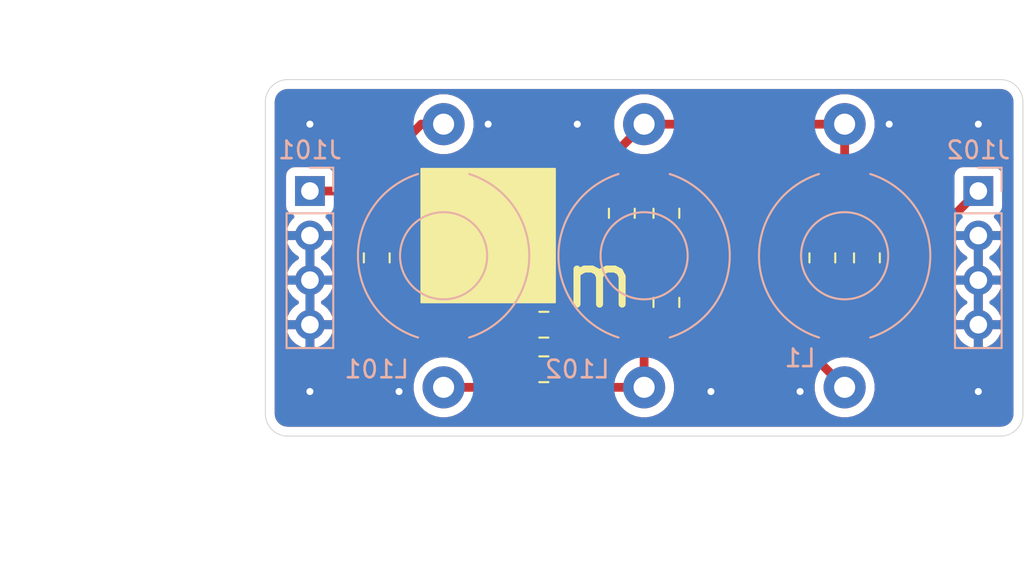
<source format=kicad_pcb>
(kicad_pcb (version 20171130) (host pcbnew 5.1.10)

  (general
    (thickness 1.6)
    (drawings 15)
    (tracks 37)
    (zones 0)
    (modules 13)
    (nets 7)
  )

  (page A4)
  (layers
    (0 F.Cu signal)
    (31 B.Cu signal)
    (32 B.Adhes user)
    (33 F.Adhes user)
    (34 B.Paste user)
    (35 F.Paste user)
    (36 B.SilkS user)
    (37 F.SilkS user)
    (38 B.Mask user)
    (39 F.Mask user)
    (40 Dwgs.User user)
    (41 Cmts.User user)
    (42 Eco1.User user)
    (43 Eco2.User user)
    (44 Edge.Cuts user)
    (45 Margin user)
    (46 B.CrtYd user)
    (47 F.CrtYd user)
    (48 B.Fab user)
    (49 F.Fab user)
  )

  (setup
    (last_trace_width 0.5)
    (user_trace_width 0.5)
    (trace_clearance 0.2)
    (zone_clearance 0.508)
    (zone_45_only no)
    (trace_min 0.2)
    (via_size 0.8)
    (via_drill 0.4)
    (via_min_size 0.4)
    (via_min_drill 0.3)
    (uvia_size 0.3)
    (uvia_drill 0.1)
    (uvias_allowed no)
    (uvia_min_size 0.2)
    (uvia_min_drill 0.1)
    (edge_width 0.05)
    (segment_width 0.2)
    (pcb_text_width 0.3)
    (pcb_text_size 1.5 1.5)
    (mod_edge_width 0.12)
    (mod_text_size 1 1)
    (mod_text_width 0.15)
    (pad_size 1.524 1.524)
    (pad_drill 0.762)
    (pad_to_mask_clearance 0)
    (aux_axis_origin 0 0)
    (grid_origin 137.16 95.25)
    (visible_elements FFFFFF7F)
    (pcbplotparams
      (layerselection 0x010f0_ffffffff)
      (usegerberextensions false)
      (usegerberattributes true)
      (usegerberadvancedattributes true)
      (creategerberjobfile true)
      (excludeedgelayer true)
      (linewidth 0.100000)
      (plotframeref false)
      (viasonmask false)
      (mode 1)
      (useauxorigin false)
      (hpglpennumber 1)
      (hpglpenspeed 20)
      (hpglpendiameter 15.000000)
      (psnegative false)
      (psa4output false)
      (plotreference true)
      (plotvalue true)
      (plotinvisibletext false)
      (padsonsilk false)
      (subtractmaskfromsilk false)
      (outputformat 1)
      (mirror false)
      (drillshape 0)
      (scaleselection 1)
      (outputdirectory ""))
  )

  (net 0 "")
  (net 1 "Net-(C101-Pad1)")
  (net 2 "Net-(C101-Pad2)")
  (net 3 "Net-(C104-Pad1)")
  (net 4 GND)
  (net 5 "Net-(C1-Pad2)")
  (net 6 "Net-(C1-Pad1)")

  (net_class Default "This is the default net class."
    (clearance 0.2)
    (trace_width 0.25)
    (via_dia 0.8)
    (via_drill 0.4)
    (uvia_dia 0.3)
    (uvia_drill 0.1)
    (add_net GND)
    (add_net "Net-(C1-Pad1)")
    (add_net "Net-(C1-Pad2)")
    (add_net "Net-(C101-Pad1)")
    (add_net "Net-(C101-Pad2)")
    (add_net "Net-(C104-Pad1)")
  )

  (module Inductor_THT:L_Toroid_Horizontal_D9.5mm_P15.00mm_Diameter10-5mm_Amidon-T37 (layer B.Cu) (tedit 5AE59B06) (tstamp 60CA6CAC)
    (at 170.18 77.47 270)
    (descr "L_Toroid, Horizontal series, Radial, pin pitch=15.00mm, , diameter=9.524999999999999mm, Diameter10-5mm, Amidon-T37")
    (tags "L_Toroid Horizontal series Radial pin pitch 15.00mm  diameter 9.524999999999999mm Diameter10-5mm Amidon-T37")
    (path /60DD4EB1)
    (fp_text reference L1 (at 13.335 2.54) (layer B.SilkS)
      (effects (font (size 1 1) (thickness 0.15)) (justify mirror))
    )
    (fp_text value 0 (at 7.5 -6.0125 270) (layer B.Fab)
      (effects (font (size 1 1) (thickness 0.15)) (justify mirror))
    )
    (fp_text user %R (at 7.5 0 270) (layer B.Fab)
      (effects (font (size 1 1) (thickness 0.15)) (justify mirror))
    )
    (fp_arc (start 7.5 0) (end 2.840901 -1.46) (angle 145.20164) (layer B.SilkS) (width 0.12))
    (fp_arc (start 7.5 0) (end 2.840901 1.46) (angle -145.20164) (layer B.SilkS) (width 0.12))
    (fp_circle (center 7.5 0) (end 12.2625 0) (layer B.Fab) (width 0.1))
    (fp_circle (center 7.5 0) (end 10.1035 0) (layer B.Fab) (width 0.1))
    (fp_circle (center 7.5 0) (end 9.9835 0) (layer B.SilkS) (width 0.12))
    (fp_line (start 12.28485 0) (end 9.946859 -0.655614) (layer B.Fab) (width 0.1))
    (fp_line (start 11.643839 -2.392361) (end 9.291263 -1.79118) (layer B.Fab) (width 0.1))
    (fp_line (start 9.892553 -4.143728) (end 8.155727 -2.446829) (layer B.Fab) (width 0.1))
    (fp_line (start 7.500222 -4.78485) (end 6.8445 -2.44689) (layer B.Fab) (width 0.1))
    (fp_line (start 5.107831 -4.143949) (end 5.708903 -1.791346) (layer B.Fab) (width 0.1))
    (fp_line (start 3.356383 -2.392745) (end 5.053201 -0.65584) (layer B.Fab) (width 0.1))
    (fp_line (start 2.71515 -0.000443) (end 5.05308 0.655387) (layer B.Fab) (width 0.1))
    (fp_line (start 3.35594 2.391977) (end 5.708571 1.791014) (layer B.Fab) (width 0.1))
    (fp_line (start 5.107063 4.143506) (end 6.844046 2.446768) (layer B.Fab) (width 0.1))
    (fp_line (start 7.499335 4.78485) (end 8.155274 2.44695) (layer B.Fab) (width 0.1))
    (fp_line (start 9.891785 4.144171) (end 9.290931 1.791512) (layer B.Fab) (width 0.1))
    (fp_line (start 11.643395 2.393129) (end 9.946738 0.656067) (layer B.Fab) (width 0.1))
    (fp_line (start 12.28485 0.000887) (end 9.946981 -0.65516) (layer B.Fab) (width 0.1))
    (fp_line (start -1.45 5.02) (end -1.45 -5.02) (layer B.CrtYd) (width 0.05))
    (fp_line (start -1.45 -5.02) (end 16.45 -5.02) (layer B.CrtYd) (width 0.05))
    (fp_line (start 16.45 -5.02) (end 16.45 5.02) (layer B.CrtYd) (width 0.05))
    (fp_line (start 16.45 5.02) (end -1.45 5.02) (layer B.CrtYd) (width 0.05))
    (pad 2 thru_hole circle (at 15 0 270) (size 2.4 2.4) (drill 1.2) (layers *.Cu *.Mask)
      (net 5 "Net-(C1-Pad2)"))
    (pad 1 thru_hole circle (at 0 0 270) (size 2.4 2.4) (drill 1.2) (layers *.Cu *.Mask)
      (net 6 "Net-(C1-Pad1)"))
    (model ${KISYS3DMOD}/Inductor_THT.3dshapes/L_Toroid_Horizontal_D9.5mm_P15.00mm_Diameter10-5mm_Amidon-T37.wrl
      (at (xyz 0 0 0))
      (scale (xyz 1 1 1))
      (rotate (xyz 0 0 0))
    )
  )

  (module Capacitor_SMD:C_0805_2012Metric_Pad1.18x1.45mm_HandSolder (layer F.Cu) (tedit 5F68FEEF) (tstamp 60CA6BD3)
    (at 168.91 85.09 270)
    (descr "Capacitor SMD 0805 (2012 Metric), square (rectangular) end terminal, IPC_7351 nominal with elongated pad for handsoldering. (Body size source: IPC-SM-782 page 76, https://www.pcb-3d.com/wordpress/wp-content/uploads/ipc-sm-782a_amendment_1_and_2.pdf, https://docs.google.com/spreadsheets/d/1BsfQQcO9C6DZCsRaXUlFlo91Tg2WpOkGARC1WS5S8t0/edit?usp=sharing), generated with kicad-footprint-generator")
    (tags "capacitor handsolder")
    (path /60DD4EBD)
    (attr smd)
    (fp_text reference C2 (at 0 -1.68 90) (layer F.SilkS) hide
      (effects (font (size 1 1) (thickness 0.15)))
    )
    (fp_text value 0 (at 0 1.68 90) (layer F.Fab)
      (effects (font (size 1 1) (thickness 0.15)))
    )
    (fp_line (start 1.88 0.98) (end -1.88 0.98) (layer F.CrtYd) (width 0.05))
    (fp_line (start 1.88 -0.98) (end 1.88 0.98) (layer F.CrtYd) (width 0.05))
    (fp_line (start -1.88 -0.98) (end 1.88 -0.98) (layer F.CrtYd) (width 0.05))
    (fp_line (start -1.88 0.98) (end -1.88 -0.98) (layer F.CrtYd) (width 0.05))
    (fp_line (start -0.261252 0.735) (end 0.261252 0.735) (layer F.SilkS) (width 0.12))
    (fp_line (start -0.261252 -0.735) (end 0.261252 -0.735) (layer F.SilkS) (width 0.12))
    (fp_line (start 1 0.625) (end -1 0.625) (layer F.Fab) (width 0.1))
    (fp_line (start 1 -0.625) (end 1 0.625) (layer F.Fab) (width 0.1))
    (fp_line (start -1 -0.625) (end 1 -0.625) (layer F.Fab) (width 0.1))
    (fp_line (start -1 0.625) (end -1 -0.625) (layer F.Fab) (width 0.1))
    (fp_text user %R (at 0 0 90) (layer F.Fab)
      (effects (font (size 0.5 0.5) (thickness 0.08)))
    )
    (pad 1 smd roundrect (at -1.0375 0 270) (size 1.175 1.45) (layers F.Cu F.Paste F.Mask) (roundrect_rratio 0.2127659574468085)
      (net 4 GND))
    (pad 2 smd roundrect (at 1.0375 0 270) (size 1.175 1.45) (layers F.Cu F.Paste F.Mask) (roundrect_rratio 0.2127659574468085)
      (net 5 "Net-(C1-Pad2)"))
    (model ${KISYS3DMOD}/Capacitor_SMD.3dshapes/C_0805_2012Metric.wrl
      (at (xyz 0 0 0))
      (scale (xyz 1 1 1))
      (rotate (xyz 0 0 0))
    )
  )

  (module Capacitor_SMD:C_0805_2012Metric_Pad1.18x1.45mm_HandSolder (layer F.Cu) (tedit 5F68FEEF) (tstamp 60CA6BC2)
    (at 171.45 85.09 270)
    (descr "Capacitor SMD 0805 (2012 Metric), square (rectangular) end terminal, IPC_7351 nominal with elongated pad for handsoldering. (Body size source: IPC-SM-782 page 76, https://www.pcb-3d.com/wordpress/wp-content/uploads/ipc-sm-782a_amendment_1_and_2.pdf, https://docs.google.com/spreadsheets/d/1BsfQQcO9C6DZCsRaXUlFlo91Tg2WpOkGARC1WS5S8t0/edit?usp=sharing), generated with kicad-footprint-generator")
    (tags "capacitor handsolder")
    (path /60DD4EB7)
    (attr smd)
    (fp_text reference C1 (at 0 -1.68 90) (layer F.SilkS) hide
      (effects (font (size 1 1) (thickness 0.15)))
    )
    (fp_text value 0 (at 0 1.68 90) (layer F.Fab)
      (effects (font (size 1 1) (thickness 0.15)))
    )
    (fp_text user %R (at 0 0 90) (layer F.Fab)
      (effects (font (size 0.5 0.5) (thickness 0.08)))
    )
    (fp_line (start -1 0.625) (end -1 -0.625) (layer F.Fab) (width 0.1))
    (fp_line (start -1 -0.625) (end 1 -0.625) (layer F.Fab) (width 0.1))
    (fp_line (start 1 -0.625) (end 1 0.625) (layer F.Fab) (width 0.1))
    (fp_line (start 1 0.625) (end -1 0.625) (layer F.Fab) (width 0.1))
    (fp_line (start -0.261252 -0.735) (end 0.261252 -0.735) (layer F.SilkS) (width 0.12))
    (fp_line (start -0.261252 0.735) (end 0.261252 0.735) (layer F.SilkS) (width 0.12))
    (fp_line (start -1.88 0.98) (end -1.88 -0.98) (layer F.CrtYd) (width 0.05))
    (fp_line (start -1.88 -0.98) (end 1.88 -0.98) (layer F.CrtYd) (width 0.05))
    (fp_line (start 1.88 -0.98) (end 1.88 0.98) (layer F.CrtYd) (width 0.05))
    (fp_line (start 1.88 0.98) (end -1.88 0.98) (layer F.CrtYd) (width 0.05))
    (pad 2 smd roundrect (at 1.0375 0 270) (size 1.175 1.45) (layers F.Cu F.Paste F.Mask) (roundrect_rratio 0.2127659574468085)
      (net 5 "Net-(C1-Pad2)"))
    (pad 1 smd roundrect (at -1.0375 0 270) (size 1.175 1.45) (layers F.Cu F.Paste F.Mask) (roundrect_rratio 0.2127659574468085)
      (net 6 "Net-(C1-Pad1)"))
    (model ${KISYS3DMOD}/Capacitor_SMD.3dshapes/C_0805_2012Metric.wrl
      (at (xyz 0 0 0))
      (scale (xyz 1 1 1))
      (rotate (xyz 0 0 0))
    )
  )

  (module Inductor_THT:L_Toroid_Horizontal_D9.5mm_P15.00mm_Diameter10-5mm_Amidon-T37 (layer B.Cu) (tedit 5AE59B06) (tstamp 60C68184)
    (at 147.32 77.47 270)
    (descr "L_Toroid, Horizontal series, Radial, pin pitch=15.00mm, , diameter=9.524999999999999mm, Diameter10-5mm, Amidon-T37")
    (tags "L_Toroid Horizontal series Radial pin pitch 15.00mm  diameter 9.524999999999999mm Diameter10-5mm Amidon-T37")
    (path /6101115C)
    (fp_text reference L101 (at 13.97 3.81) (layer B.SilkS)
      (effects (font (size 1 1) (thickness 0.15)) (justify mirror))
    )
    (fp_text value 675n (at 7.5 -6.0125 270) (layer B.Fab)
      (effects (font (size 1 1) (thickness 0.15)) (justify mirror))
    )
    (fp_circle (center 7.5 0) (end 12.2625 0) (layer B.Fab) (width 0.1))
    (fp_circle (center 7.5 0) (end 10.1035 0) (layer B.Fab) (width 0.1))
    (fp_circle (center 7.5 0) (end 9.9835 0) (layer B.SilkS) (width 0.12))
    (fp_line (start 12.28485 0) (end 9.946859 -0.655614) (layer B.Fab) (width 0.1))
    (fp_line (start 11.643839 -2.392361) (end 9.291263 -1.79118) (layer B.Fab) (width 0.1))
    (fp_line (start 9.892553 -4.143728) (end 8.155727 -2.446829) (layer B.Fab) (width 0.1))
    (fp_line (start 7.500222 -4.78485) (end 6.8445 -2.44689) (layer B.Fab) (width 0.1))
    (fp_line (start 5.107831 -4.143949) (end 5.708903 -1.791346) (layer B.Fab) (width 0.1))
    (fp_line (start 3.356383 -2.392745) (end 5.053201 -0.65584) (layer B.Fab) (width 0.1))
    (fp_line (start 2.71515 -0.000443) (end 5.05308 0.655387) (layer B.Fab) (width 0.1))
    (fp_line (start 3.35594 2.391977) (end 5.708571 1.791014) (layer B.Fab) (width 0.1))
    (fp_line (start 5.107063 4.143506) (end 6.844046 2.446768) (layer B.Fab) (width 0.1))
    (fp_line (start 7.499335 4.78485) (end 8.155274 2.44695) (layer B.Fab) (width 0.1))
    (fp_line (start 9.891785 4.144171) (end 9.290931 1.791512) (layer B.Fab) (width 0.1))
    (fp_line (start 11.643395 2.393129) (end 9.946738 0.656067) (layer B.Fab) (width 0.1))
    (fp_line (start 12.28485 0.000887) (end 9.946981 -0.65516) (layer B.Fab) (width 0.1))
    (fp_line (start -1.45 5.02) (end -1.45 -5.02) (layer B.CrtYd) (width 0.05))
    (fp_line (start -1.45 -5.02) (end 16.45 -5.02) (layer B.CrtYd) (width 0.05))
    (fp_line (start 16.45 -5.02) (end 16.45 5.02) (layer B.CrtYd) (width 0.05))
    (fp_line (start 16.45 5.02) (end -1.45 5.02) (layer B.CrtYd) (width 0.05))
    (fp_arc (start 7.5 0) (end 2.840901 1.46) (angle -145.20164) (layer B.SilkS) (width 0.12))
    (fp_arc (start 7.5 0) (end 2.840901 -1.46) (angle 145.20164) (layer B.SilkS) (width 0.12))
    (fp_text user %R (at 7.5 0 270) (layer B.Fab)
      (effects (font (size 1 1) (thickness 0.15)) (justify mirror))
    )
    (pad 1 thru_hole circle (at 0 0 270) (size 2.4 2.4) (drill 1.2) (layers *.Cu *.Mask)
      (net 3 "Net-(C104-Pad1)"))
    (pad 2 thru_hole circle (at 15 0 270) (size 2.4 2.4) (drill 1.2) (layers *.Cu *.Mask)
      (net 2 "Net-(C101-Pad2)"))
    (model ${KISYS3DMOD}/Inductor_THT.3dshapes/L_Toroid_Horizontal_D9.5mm_P15.00mm_Diameter10-5mm_Amidon-T37.wrl
      (at (xyz 0 0 0))
      (scale (xyz 1 1 1))
      (rotate (xyz 0 0 0))
    )
  )

  (module Capacitor_SMD:C_0805_2012Metric_Pad1.18x1.45mm_HandSolder (layer F.Cu) (tedit 5F68FEEF) (tstamp 60C65B7A)
    (at 153.035 91.44 180)
    (descr "Capacitor SMD 0805 (2012 Metric), square (rectangular) end terminal, IPC_7351 nominal with elongated pad for handsoldering. (Body size source: IPC-SM-782 page 76, https://www.pcb-3d.com/wordpress/wp-content/uploads/ipc-sm-782a_amendment_1_and_2.pdf, https://docs.google.com/spreadsheets/d/1BsfQQcO9C6DZCsRaXUlFlo91Tg2WpOkGARC1WS5S8t0/edit?usp=sharing), generated with kicad-footprint-generator")
    (tags "capacitor handsolder")
    (path /610124A8)
    (attr smd)
    (fp_text reference C101 (at 0 -1.68) (layer F.SilkS) hide
      (effects (font (size 1 1) (thickness 0.15)))
    )
    (fp_text value 1p (at 0 1.68) (layer F.Fab)
      (effects (font (size 1 1) (thickness 0.15)))
    )
    (fp_line (start -1 0.625) (end -1 -0.625) (layer F.Fab) (width 0.1))
    (fp_line (start -1 -0.625) (end 1 -0.625) (layer F.Fab) (width 0.1))
    (fp_line (start 1 -0.625) (end 1 0.625) (layer F.Fab) (width 0.1))
    (fp_line (start 1 0.625) (end -1 0.625) (layer F.Fab) (width 0.1))
    (fp_line (start -0.261252 -0.735) (end 0.261252 -0.735) (layer F.SilkS) (width 0.12))
    (fp_line (start -0.261252 0.735) (end 0.261252 0.735) (layer F.SilkS) (width 0.12))
    (fp_line (start -1.88 0.98) (end -1.88 -0.98) (layer F.CrtYd) (width 0.05))
    (fp_line (start -1.88 -0.98) (end 1.88 -0.98) (layer F.CrtYd) (width 0.05))
    (fp_line (start 1.88 -0.98) (end 1.88 0.98) (layer F.CrtYd) (width 0.05))
    (fp_line (start 1.88 0.98) (end -1.88 0.98) (layer F.CrtYd) (width 0.05))
    (fp_text user %R (at 0 0) (layer F.Fab)
      (effects (font (size 0.5 0.5) (thickness 0.08)))
    )
    (pad 1 smd roundrect (at -1.0375 0 180) (size 1.175 1.45) (layers F.Cu F.Paste F.Mask) (roundrect_rratio 0.2127659574468085)
      (net 1 "Net-(C101-Pad1)"))
    (pad 2 smd roundrect (at 1.0375 0 180) (size 1.175 1.45) (layers F.Cu F.Paste F.Mask) (roundrect_rratio 0.2127659574468085)
      (net 2 "Net-(C101-Pad2)"))
    (model ${KISYS3DMOD}/Capacitor_SMD.3dshapes/C_0805_2012Metric.wrl
      (at (xyz 0 0 0))
      (scale (xyz 1 1 1))
      (rotate (xyz 0 0 0))
    )
  )

  (module Capacitor_SMD:C_0805_2012Metric_Pad1.18x1.45mm_HandSolder (layer F.Cu) (tedit 5F68FEEF) (tstamp 60C65A07)
    (at 157.48 82.55 90)
    (descr "Capacitor SMD 0805 (2012 Metric), square (rectangular) end terminal, IPC_7351 nominal with elongated pad for handsoldering. (Body size source: IPC-SM-782 page 76, https://www.pcb-3d.com/wordpress/wp-content/uploads/ipc-sm-782a_amendment_1_and_2.pdf, https://docs.google.com/spreadsheets/d/1BsfQQcO9C6DZCsRaXUlFlo91Tg2WpOkGARC1WS5S8t0/edit?usp=sharing), generated with kicad-footprint-generator")
    (tags "capacitor handsolder")
    (path /61013BE8)
    (attr smd)
    (fp_text reference C102 (at 0 -1.68 90) (layer F.SilkS) hide
      (effects (font (size 1 1) (thickness 0.15)))
    )
    (fp_text value 330p (at 0 1.68 90) (layer F.Fab)
      (effects (font (size 1 1) (thickness 0.15)))
    )
    (fp_line (start -1 0.625) (end -1 -0.625) (layer F.Fab) (width 0.1))
    (fp_line (start -1 -0.625) (end 1 -0.625) (layer F.Fab) (width 0.1))
    (fp_line (start 1 -0.625) (end 1 0.625) (layer F.Fab) (width 0.1))
    (fp_line (start 1 0.625) (end -1 0.625) (layer F.Fab) (width 0.1))
    (fp_line (start -0.261252 -0.735) (end 0.261252 -0.735) (layer F.SilkS) (width 0.12))
    (fp_line (start -0.261252 0.735) (end 0.261252 0.735) (layer F.SilkS) (width 0.12))
    (fp_line (start -1.88 0.98) (end -1.88 -0.98) (layer F.CrtYd) (width 0.05))
    (fp_line (start -1.88 -0.98) (end 1.88 -0.98) (layer F.CrtYd) (width 0.05))
    (fp_line (start 1.88 -0.98) (end 1.88 0.98) (layer F.CrtYd) (width 0.05))
    (fp_line (start 1.88 0.98) (end -1.88 0.98) (layer F.CrtYd) (width 0.05))
    (fp_text user %R (at 0 0 90) (layer F.Fab)
      (effects (font (size 0.5 0.5) (thickness 0.08)))
    )
    (pad 1 smd roundrect (at -1.0375 0 90) (size 1.175 1.45) (layers F.Cu F.Paste F.Mask) (roundrect_rratio 0.2127659574468085)
      (net 1 "Net-(C101-Pad1)"))
    (pad 2 smd roundrect (at 1.0375 0 90) (size 1.175 1.45) (layers F.Cu F.Paste F.Mask) (roundrect_rratio 0.2127659574468085)
      (net 6 "Net-(C1-Pad1)"))
    (model ${KISYS3DMOD}/Capacitor_SMD.3dshapes/C_0805_2012Metric.wrl
      (at (xyz 0 0 0))
      (scale (xyz 1 1 1))
      (rotate (xyz 0 0 0))
    )
  )

  (module Capacitor_SMD:C_0805_2012Metric_Pad1.18x1.45mm_HandSolder (layer F.Cu) (tedit 5F68FEEF) (tstamp 60C68104)
    (at 153.035 88.9 180)
    (descr "Capacitor SMD 0805 (2012 Metric), square (rectangular) end terminal, IPC_7351 nominal with elongated pad for handsoldering. (Body size source: IPC-SM-782 page 76, https://www.pcb-3d.com/wordpress/wp-content/uploads/ipc-sm-782a_amendment_1_and_2.pdf, https://docs.google.com/spreadsheets/d/1BsfQQcO9C6DZCsRaXUlFlo91Tg2WpOkGARC1WS5S8t0/edit?usp=sharing), generated with kicad-footprint-generator")
    (tags "capacitor handsolder")
    (path /610122AA)
    (attr smd)
    (fp_text reference C103 (at 0 1.905) (layer F.SilkS) hide
      (effects (font (size 1 1) (thickness 0.15)))
    )
    (fp_text value 1000p (at 0 1.68) (layer F.Fab)
      (effects (font (size 1 1) (thickness 0.15)))
    )
    (fp_line (start 1.88 0.98) (end -1.88 0.98) (layer F.CrtYd) (width 0.05))
    (fp_line (start 1.88 -0.98) (end 1.88 0.98) (layer F.CrtYd) (width 0.05))
    (fp_line (start -1.88 -0.98) (end 1.88 -0.98) (layer F.CrtYd) (width 0.05))
    (fp_line (start -1.88 0.98) (end -1.88 -0.98) (layer F.CrtYd) (width 0.05))
    (fp_line (start -0.261252 0.735) (end 0.261252 0.735) (layer F.SilkS) (width 0.12))
    (fp_line (start -0.261252 -0.735) (end 0.261252 -0.735) (layer F.SilkS) (width 0.12))
    (fp_line (start 1 0.625) (end -1 0.625) (layer F.Fab) (width 0.1))
    (fp_line (start 1 -0.625) (end 1 0.625) (layer F.Fab) (width 0.1))
    (fp_line (start -1 -0.625) (end 1 -0.625) (layer F.Fab) (width 0.1))
    (fp_line (start -1 0.625) (end -1 -0.625) (layer F.Fab) (width 0.1))
    (fp_text user %R (at 0 0) (layer F.Fab)
      (effects (font (size 0.5 0.5) (thickness 0.08)))
    )
    (pad 2 smd roundrect (at 1.0375 0 180) (size 1.175 1.45) (layers F.Cu F.Paste F.Mask) (roundrect_rratio 0.2127659574468085)
      (net 2 "Net-(C101-Pad2)"))
    (pad 1 smd roundrect (at -1.0375 0 180) (size 1.175 1.45) (layers F.Cu F.Paste F.Mask) (roundrect_rratio 0.2127659574468085)
      (net 1 "Net-(C101-Pad1)"))
    (model ${KISYS3DMOD}/Capacitor_SMD.3dshapes/C_0805_2012Metric.wrl
      (at (xyz 0 0 0))
      (scale (xyz 1 1 1))
      (rotate (xyz 0 0 0))
    )
  )

  (module Capacitor_SMD:C_0805_2012Metric_Pad1.18x1.45mm_HandSolder (layer F.Cu) (tedit 5F68FEEF) (tstamp 60C65CAC)
    (at 143.51 85.09 270)
    (descr "Capacitor SMD 0805 (2012 Metric), square (rectangular) end terminal, IPC_7351 nominal with elongated pad for handsoldering. (Body size source: IPC-SM-782 page 76, https://www.pcb-3d.com/wordpress/wp-content/uploads/ipc-sm-782a_amendment_1_and_2.pdf, https://docs.google.com/spreadsheets/d/1BsfQQcO9C6DZCsRaXUlFlo91Tg2WpOkGARC1WS5S8t0/edit?usp=sharing), generated with kicad-footprint-generator")
    (tags "capacitor handsolder")
    (path /61011C20)
    (attr smd)
    (fp_text reference C104 (at 3.81 0 180) (layer F.SilkS) hide
      (effects (font (size 1 1) (thickness 0.15)))
    )
    (fp_text value 360p (at 0 1.68 90) (layer F.Fab)
      (effects (font (size 1 1) (thickness 0.15)))
    )
    (fp_line (start -1 0.625) (end -1 -0.625) (layer F.Fab) (width 0.1))
    (fp_line (start -1 -0.625) (end 1 -0.625) (layer F.Fab) (width 0.1))
    (fp_line (start 1 -0.625) (end 1 0.625) (layer F.Fab) (width 0.1))
    (fp_line (start 1 0.625) (end -1 0.625) (layer F.Fab) (width 0.1))
    (fp_line (start -0.261252 -0.735) (end 0.261252 -0.735) (layer F.SilkS) (width 0.12))
    (fp_line (start -0.261252 0.735) (end 0.261252 0.735) (layer F.SilkS) (width 0.12))
    (fp_line (start -1.88 0.98) (end -1.88 -0.98) (layer F.CrtYd) (width 0.05))
    (fp_line (start -1.88 -0.98) (end 1.88 -0.98) (layer F.CrtYd) (width 0.05))
    (fp_line (start 1.88 -0.98) (end 1.88 0.98) (layer F.CrtYd) (width 0.05))
    (fp_line (start 1.88 0.98) (end -1.88 0.98) (layer F.CrtYd) (width 0.05))
    (fp_text user %R (at 0 0 90) (layer F.Fab)
      (effects (font (size 0.5 0.5) (thickness 0.08)))
    )
    (pad 1 smd roundrect (at -1.0375 0 270) (size 1.175 1.45) (layers F.Cu F.Paste F.Mask) (roundrect_rratio 0.2127659574468085)
      (net 3 "Net-(C104-Pad1)"))
    (pad 2 smd roundrect (at 1.0375 0 270) (size 1.175 1.45) (layers F.Cu F.Paste F.Mask) (roundrect_rratio 0.2127659574468085)
      (net 4 GND))
    (model ${KISYS3DMOD}/Capacitor_SMD.3dshapes/C_0805_2012Metric.wrl
      (at (xyz 0 0 0))
      (scale (xyz 1 1 1))
      (rotate (xyz 0 0 0))
    )
  )

  (module Capacitor_SMD:C_0805_2012Metric_Pad1.18x1.45mm_HandSolder (layer F.Cu) (tedit 5F68FEEF) (tstamp 60C65A37)
    (at 160.02 87.63 270)
    (descr "Capacitor SMD 0805 (2012 Metric), square (rectangular) end terminal, IPC_7351 nominal with elongated pad for handsoldering. (Body size source: IPC-SM-782 page 76, https://www.pcb-3d.com/wordpress/wp-content/uploads/ipc-sm-782a_amendment_1_and_2.pdf, https://docs.google.com/spreadsheets/d/1BsfQQcO9C6DZCsRaXUlFlo91Tg2WpOkGARC1WS5S8t0/edit?usp=sharing), generated with kicad-footprint-generator")
    (tags "capacitor handsolder")
    (path /61013040)
    (attr smd)
    (fp_text reference C105 (at 0 -1.68 270) (layer F.SilkS) hide
      (effects (font (size 1 1) (thickness 0.15)))
    )
    (fp_text value 620p (at 0 1.68 270) (layer F.Fab)
      (effects (font (size 1 1) (thickness 0.15)))
    )
    (fp_line (start 1.88 0.98) (end -1.88 0.98) (layer F.CrtYd) (width 0.05))
    (fp_line (start 1.88 -0.98) (end 1.88 0.98) (layer F.CrtYd) (width 0.05))
    (fp_line (start -1.88 -0.98) (end 1.88 -0.98) (layer F.CrtYd) (width 0.05))
    (fp_line (start -1.88 0.98) (end -1.88 -0.98) (layer F.CrtYd) (width 0.05))
    (fp_line (start -0.261252 0.735) (end 0.261252 0.735) (layer F.SilkS) (width 0.12))
    (fp_line (start -0.261252 -0.735) (end 0.261252 -0.735) (layer F.SilkS) (width 0.12))
    (fp_line (start 1 0.625) (end -1 0.625) (layer F.Fab) (width 0.1))
    (fp_line (start 1 -0.625) (end 1 0.625) (layer F.Fab) (width 0.1))
    (fp_line (start -1 -0.625) (end 1 -0.625) (layer F.Fab) (width 0.1))
    (fp_line (start -1 0.625) (end -1 -0.625) (layer F.Fab) (width 0.1))
    (fp_text user %R (at 0 0 270) (layer F.Fab)
      (effects (font (size 0.5 0.5) (thickness 0.08)))
    )
    (pad 2 smd roundrect (at 1.0375 0 270) (size 1.175 1.45) (layers F.Cu F.Paste F.Mask) (roundrect_rratio 0.2127659574468085)
      (net 1 "Net-(C101-Pad1)"))
    (pad 1 smd roundrect (at -1.0375 0 270) (size 1.175 1.45) (layers F.Cu F.Paste F.Mask) (roundrect_rratio 0.2127659574468085)
      (net 4 GND))
    (model ${KISYS3DMOD}/Capacitor_SMD.3dshapes/C_0805_2012Metric.wrl
      (at (xyz 0 0 0))
      (scale (xyz 1 1 1))
      (rotate (xyz 0 0 0))
    )
  )

  (module Capacitor_SMD:C_0805_2012Metric_Pad1.18x1.45mm_HandSolder (layer F.Cu) (tedit 5F68FEEF) (tstamp 60C65A67)
    (at 160.02 82.55 90)
    (descr "Capacitor SMD 0805 (2012 Metric), square (rectangular) end terminal, IPC_7351 nominal with elongated pad for handsoldering. (Body size source: IPC-SM-782 page 76, https://www.pcb-3d.com/wordpress/wp-content/uploads/ipc-sm-782a_amendment_1_and_2.pdf, https://docs.google.com/spreadsheets/d/1BsfQQcO9C6DZCsRaXUlFlo91Tg2WpOkGARC1WS5S8t0/edit?usp=sharing), generated with kicad-footprint-generator")
    (tags "capacitor handsolder")
    (path /610144FF)
    (attr smd)
    (fp_text reference C106 (at 0 1.905 270) (layer F.SilkS) hide
      (effects (font (size 1 1) (thickness 0.15)))
    )
    (fp_text value 470p (at 0 1.68 270) (layer F.Fab)
      (effects (font (size 1 1) (thickness 0.15)))
    )
    (fp_line (start 1.88 0.98) (end -1.88 0.98) (layer F.CrtYd) (width 0.05))
    (fp_line (start 1.88 -0.98) (end 1.88 0.98) (layer F.CrtYd) (width 0.05))
    (fp_line (start -1.88 -0.98) (end 1.88 -0.98) (layer F.CrtYd) (width 0.05))
    (fp_line (start -1.88 0.98) (end -1.88 -0.98) (layer F.CrtYd) (width 0.05))
    (fp_line (start -0.261252 0.735) (end 0.261252 0.735) (layer F.SilkS) (width 0.12))
    (fp_line (start -0.261252 -0.735) (end 0.261252 -0.735) (layer F.SilkS) (width 0.12))
    (fp_line (start 1 0.625) (end -1 0.625) (layer F.Fab) (width 0.1))
    (fp_line (start 1 -0.625) (end 1 0.625) (layer F.Fab) (width 0.1))
    (fp_line (start -1 -0.625) (end 1 -0.625) (layer F.Fab) (width 0.1))
    (fp_line (start -1 0.625) (end -1 -0.625) (layer F.Fab) (width 0.1))
    (fp_text user %R (at 0 0 270) (layer F.Fab)
      (effects (font (size 0.5 0.5) (thickness 0.08)))
    )
    (pad 2 smd roundrect (at 1.0375 0 90) (size 1.175 1.45) (layers F.Cu F.Paste F.Mask) (roundrect_rratio 0.2127659574468085)
      (net 6 "Net-(C1-Pad1)"))
    (pad 1 smd roundrect (at -1.0375 0 90) (size 1.175 1.45) (layers F.Cu F.Paste F.Mask) (roundrect_rratio 0.2127659574468085)
      (net 4 GND))
    (model ${KISYS3DMOD}/Capacitor_SMD.3dshapes/C_0805_2012Metric.wrl
      (at (xyz 0 0 0))
      (scale (xyz 1 1 1))
      (rotate (xyz 0 0 0))
    )
  )

  (module Connector_PinHeader_2.54mm:PinHeader_1x04_P2.54mm_Vertical (layer B.Cu) (tedit 59FED5CC) (tstamp 60C64953)
    (at 139.7 81.28 180)
    (descr "Through hole straight pin header, 1x04, 2.54mm pitch, single row")
    (tags "Through hole pin header THT 1x04 2.54mm single row")
    (path /6101E0B1)
    (fp_text reference J101 (at 0 2.33) (layer B.SilkS)
      (effects (font (size 1 1) (thickness 0.15)) (justify mirror))
    )
    (fp_text value TRX (at 0 -9.95) (layer B.Fab)
      (effects (font (size 1 1) (thickness 0.15)) (justify mirror))
    )
    (fp_line (start -0.635 1.27) (end 1.27 1.27) (layer B.Fab) (width 0.1))
    (fp_line (start 1.27 1.27) (end 1.27 -8.89) (layer B.Fab) (width 0.1))
    (fp_line (start 1.27 -8.89) (end -1.27 -8.89) (layer B.Fab) (width 0.1))
    (fp_line (start -1.27 -8.89) (end -1.27 0.635) (layer B.Fab) (width 0.1))
    (fp_line (start -1.27 0.635) (end -0.635 1.27) (layer B.Fab) (width 0.1))
    (fp_line (start -1.33 -8.95) (end 1.33 -8.95) (layer B.SilkS) (width 0.12))
    (fp_line (start -1.33 -1.27) (end -1.33 -8.95) (layer B.SilkS) (width 0.12))
    (fp_line (start 1.33 -1.27) (end 1.33 -8.95) (layer B.SilkS) (width 0.12))
    (fp_line (start -1.33 -1.27) (end 1.33 -1.27) (layer B.SilkS) (width 0.12))
    (fp_line (start -1.33 0) (end -1.33 1.33) (layer B.SilkS) (width 0.12))
    (fp_line (start -1.33 1.33) (end 0 1.33) (layer B.SilkS) (width 0.12))
    (fp_line (start -1.8 1.8) (end -1.8 -9.4) (layer B.CrtYd) (width 0.05))
    (fp_line (start -1.8 -9.4) (end 1.8 -9.4) (layer B.CrtYd) (width 0.05))
    (fp_line (start 1.8 -9.4) (end 1.8 1.8) (layer B.CrtYd) (width 0.05))
    (fp_line (start 1.8 1.8) (end -1.8 1.8) (layer B.CrtYd) (width 0.05))
    (fp_text user %R (at 0 -3.81 270) (layer B.Fab)
      (effects (font (size 1 1) (thickness 0.15)) (justify mirror))
    )
    (pad 1 thru_hole rect (at 0 0 180) (size 1.7 1.7) (drill 1) (layers *.Cu *.Mask)
      (net 3 "Net-(C104-Pad1)"))
    (pad 2 thru_hole oval (at 0 -2.54 180) (size 1.7 1.7) (drill 1) (layers *.Cu *.Mask)
      (net 4 GND))
    (pad 3 thru_hole oval (at 0 -5.08 180) (size 1.7 1.7) (drill 1) (layers *.Cu *.Mask)
      (net 4 GND))
    (pad 4 thru_hole oval (at 0 -7.62 180) (size 1.7 1.7) (drill 1) (layers *.Cu *.Mask)
      (net 4 GND))
    (model ${KISYS3DMOD}/Connector_PinHeader_2.54mm.3dshapes/PinHeader_1x04_P2.54mm_Vertical.wrl
      (at (xyz 0 0 0))
      (scale (xyz 1 1 1))
      (rotate (xyz 0 0 0))
    )
  )

  (module Connector_PinHeader_2.54mm:PinHeader_1x04_P2.54mm_Vertical (layer B.Cu) (tedit 59FED5CC) (tstamp 60C659C9)
    (at 177.8 81.28 180)
    (descr "Through hole straight pin header, 1x04, 2.54mm pitch, single row")
    (tags "Through hole pin header THT 1x04 2.54mm single row")
    (path /61024C76)
    (fp_text reference J102 (at 0 2.33) (layer B.SilkS)
      (effects (font (size 1 1) (thickness 0.15)) (justify mirror))
    )
    (fp_text value TRX (at 0 -9.95) (layer B.Fab)
      (effects (font (size 1 1) (thickness 0.15)) (justify mirror))
    )
    (fp_line (start 1.8 1.8) (end -1.8 1.8) (layer B.CrtYd) (width 0.05))
    (fp_line (start 1.8 -9.4) (end 1.8 1.8) (layer B.CrtYd) (width 0.05))
    (fp_line (start -1.8 -9.4) (end 1.8 -9.4) (layer B.CrtYd) (width 0.05))
    (fp_line (start -1.8 1.8) (end -1.8 -9.4) (layer B.CrtYd) (width 0.05))
    (fp_line (start -1.33 1.33) (end 0 1.33) (layer B.SilkS) (width 0.12))
    (fp_line (start -1.33 0) (end -1.33 1.33) (layer B.SilkS) (width 0.12))
    (fp_line (start -1.33 -1.27) (end 1.33 -1.27) (layer B.SilkS) (width 0.12))
    (fp_line (start 1.33 -1.27) (end 1.33 -8.95) (layer B.SilkS) (width 0.12))
    (fp_line (start -1.33 -1.27) (end -1.33 -8.95) (layer B.SilkS) (width 0.12))
    (fp_line (start -1.33 -8.95) (end 1.33 -8.95) (layer B.SilkS) (width 0.12))
    (fp_line (start -1.27 0.635) (end -0.635 1.27) (layer B.Fab) (width 0.1))
    (fp_line (start -1.27 -8.89) (end -1.27 0.635) (layer B.Fab) (width 0.1))
    (fp_line (start 1.27 -8.89) (end -1.27 -8.89) (layer B.Fab) (width 0.1))
    (fp_line (start 1.27 1.27) (end 1.27 -8.89) (layer B.Fab) (width 0.1))
    (fp_line (start -0.635 1.27) (end 1.27 1.27) (layer B.Fab) (width 0.1))
    (fp_text user %R (at 0 -3.81 270) (layer B.Fab)
      (effects (font (size 1 1) (thickness 0.15)) (justify mirror))
    )
    (pad 4 thru_hole oval (at 0 -7.62 180) (size 1.7 1.7) (drill 1) (layers *.Cu *.Mask)
      (net 4 GND))
    (pad 3 thru_hole oval (at 0 -5.08 180) (size 1.7 1.7) (drill 1) (layers *.Cu *.Mask)
      (net 4 GND))
    (pad 2 thru_hole oval (at 0 -2.54 180) (size 1.7 1.7) (drill 1) (layers *.Cu *.Mask)
      (net 4 GND))
    (pad 1 thru_hole rect (at 0 0 180) (size 1.7 1.7) (drill 1) (layers *.Cu *.Mask)
      (net 5 "Net-(C1-Pad2)"))
    (model ${KISYS3DMOD}/Connector_PinHeader_2.54mm.3dshapes/PinHeader_1x04_P2.54mm_Vertical.wrl
      (at (xyz 0 0 0))
      (scale (xyz 1 1 1))
      (rotate (xyz 0 0 0))
    )
  )

  (module Inductor_THT:L_Toroid_Horizontal_D9.5mm_P15.00mm_Diameter10-5mm_Amidon-T37 (layer B.Cu) (tedit 5AE59B06) (tstamp 60C6597A)
    (at 158.75 92.47 90)
    (descr "L_Toroid, Horizontal series, Radial, pin pitch=15.00mm, , diameter=9.524999999999999mm, Diameter10-5mm, Amidon-T37")
    (tags "L_Toroid Horizontal series Radial pin pitch 15.00mm  diameter 9.524999999999999mm Diameter10-5mm Amidon-T37")
    (path /61013612)
    (fp_text reference L102 (at 1.03 -3.81) (layer B.SilkS)
      (effects (font (size 1 1) (thickness 0.15)) (justify mirror))
    )
    (fp_text value 243n (at 7.5 -6.0125 270) (layer B.Fab)
      (effects (font (size 1 1) (thickness 0.15)) (justify mirror))
    )
    (fp_line (start 16.45 5.02) (end -1.45 5.02) (layer B.CrtYd) (width 0.05))
    (fp_line (start 16.45 -5.02) (end 16.45 5.02) (layer B.CrtYd) (width 0.05))
    (fp_line (start -1.45 -5.02) (end 16.45 -5.02) (layer B.CrtYd) (width 0.05))
    (fp_line (start -1.45 5.02) (end -1.45 -5.02) (layer B.CrtYd) (width 0.05))
    (fp_line (start 12.28485 0.000887) (end 9.946981 -0.65516) (layer B.Fab) (width 0.1))
    (fp_line (start 11.643395 2.393129) (end 9.946738 0.656067) (layer B.Fab) (width 0.1))
    (fp_line (start 9.891785 4.144171) (end 9.290931 1.791512) (layer B.Fab) (width 0.1))
    (fp_line (start 7.499335 4.78485) (end 8.155274 2.44695) (layer B.Fab) (width 0.1))
    (fp_line (start 5.107063 4.143506) (end 6.844046 2.446768) (layer B.Fab) (width 0.1))
    (fp_line (start 3.35594 2.391977) (end 5.708571 1.791014) (layer B.Fab) (width 0.1))
    (fp_line (start 2.71515 -0.000443) (end 5.05308 0.655387) (layer B.Fab) (width 0.1))
    (fp_line (start 3.356383 -2.392745) (end 5.053201 -0.65584) (layer B.Fab) (width 0.1))
    (fp_line (start 5.107831 -4.143949) (end 5.708903 -1.791346) (layer B.Fab) (width 0.1))
    (fp_line (start 7.500222 -4.78485) (end 6.8445 -2.44689) (layer B.Fab) (width 0.1))
    (fp_line (start 9.892553 -4.143728) (end 8.155727 -2.446829) (layer B.Fab) (width 0.1))
    (fp_line (start 11.643839 -2.392361) (end 9.291263 -1.79118) (layer B.Fab) (width 0.1))
    (fp_line (start 12.28485 0) (end 9.946859 -0.655614) (layer B.Fab) (width 0.1))
    (fp_circle (center 7.5 0) (end 9.9835 0) (layer B.SilkS) (width 0.12))
    (fp_circle (center 7.5 0) (end 10.1035 0) (layer B.Fab) (width 0.1))
    (fp_circle (center 7.5 0) (end 12.2625 0) (layer B.Fab) (width 0.1))
    (fp_text user %R (at 7.5 0 270) (layer B.Fab)
      (effects (font (size 1 1) (thickness 0.15)) (justify mirror))
    )
    (fp_arc (start 7.5 0) (end 2.840901 -1.46) (angle 145.20164) (layer B.SilkS) (width 0.12))
    (fp_arc (start 7.5 0) (end 2.840901 1.46) (angle -145.20164) (layer B.SilkS) (width 0.12))
    (pad 2 thru_hole circle (at 15 0 90) (size 2.4 2.4) (drill 1.2) (layers *.Cu *.Mask)
      (net 6 "Net-(C1-Pad1)"))
    (pad 1 thru_hole circle (at 0 0 90) (size 2.4 2.4) (drill 1.2) (layers *.Cu *.Mask)
      (net 1 "Net-(C101-Pad1)"))
    (model ${KISYS3DMOD}/Inductor_THT.3dshapes/L_Toroid_Horizontal_D9.5mm_P15.00mm_Diameter10-5mm_Amidon-T37.wrl
      (at (xyz 0 0 0))
      (scale (xyz 1 1 1))
      (rotate (xyz 0 0 0))
    )
  )

  (dimension 6.35 (width 0.15) (layer Dwgs.User)
    (gr_text "6.350 mm" (at 132.05 78.105 90) (layer Dwgs.User)
      (effects (font (size 1 1) (thickness 0.15)))
    )
    (feature1 (pts (xy 139.7 74.93) (xy 132.763579 74.93)))
    (feature2 (pts (xy 139.7 81.28) (xy 132.763579 81.28)))
    (crossbar (pts (xy 133.35 81.28) (xy 133.35 74.93)))
    (arrow1a (pts (xy 133.35 74.93) (xy 133.936421 76.056504)))
    (arrow1b (pts (xy 133.35 74.93) (xy 132.763579 76.056504)))
    (arrow2a (pts (xy 133.35 81.28) (xy 133.936421 80.153496)))
    (arrow2b (pts (xy 133.35 81.28) (xy 132.763579 80.153496)))
  )
  (dimension 6.35 (width 0.15) (layer Dwgs.User)
    (gr_text "6.350 mm" (at 133.32 92.075 270) (layer Dwgs.User)
      (effects (font (size 1 1) (thickness 0.15)))
    )
    (feature1 (pts (xy 139.7 95.25) (xy 134.033579 95.25)))
    (feature2 (pts (xy 139.7 88.9) (xy 134.033579 88.9)))
    (crossbar (pts (xy 134.62 88.9) (xy 134.62 95.25)))
    (arrow1a (pts (xy 134.62 95.25) (xy 134.033579 94.123496)))
    (arrow1b (pts (xy 134.62 95.25) (xy 135.206421 94.123496)))
    (arrow2a (pts (xy 134.62 88.9) (xy 134.033579 90.026504)))
    (arrow2b (pts (xy 134.62 88.9) (xy 135.206421 90.026504)))
  )
  (dimension 20.32 (width 0.15) (layer Dwgs.User)
    (gr_text "20.320 mm" (at 125.7 85.09 270) (layer Dwgs.User)
      (effects (font (size 1 1) (thickness 0.15)))
    )
    (feature1 (pts (xy 147.32 95.25) (xy 126.413579 95.25)))
    (feature2 (pts (xy 147.32 74.93) (xy 126.413579 74.93)))
    (crossbar (pts (xy 127 74.93) (xy 127 95.25)))
    (arrow1a (pts (xy 127 95.25) (xy 126.413579 94.123496)))
    (arrow1b (pts (xy 127 95.25) (xy 127.586421 94.123496)))
    (arrow2a (pts (xy 127 74.93) (xy 126.413579 76.056504)))
    (arrow2b (pts (xy 127 74.93) (xy 127.586421 76.056504)))
  )
  (dimension 38.1 (width 0.15) (layer Dwgs.User)
    (gr_text "38.100 mm" (at 158.75 71.09) (layer Dwgs.User)
      (effects (font (size 1 1) (thickness 0.15)))
    )
    (feature1 (pts (xy 177.8 81.28) (xy 177.8 71.803579)))
    (feature2 (pts (xy 139.7 81.28) (xy 139.7 71.803579)))
    (crossbar (pts (xy 139.7 72.39) (xy 177.8 72.39)))
    (arrow1a (pts (xy 177.8 72.39) (xy 176.673496 72.976421)))
    (arrow1b (pts (xy 177.8 72.39) (xy 176.673496 71.803579)))
    (arrow2a (pts (xy 139.7 72.39) (xy 140.826504 72.976421)))
    (arrow2b (pts (xy 139.7 72.39) (xy 140.826504 71.803579)))
  )
  (dimension 43.18 (width 0.15) (layer Dwgs.User)
    (gr_text "43.180 mm" (at 158.75 104.17) (layer Dwgs.User)
      (effects (font (size 1 1) (thickness 0.15)))
    )
    (feature1 (pts (xy 180.34 85.09) (xy 180.34 103.456421)))
    (feature2 (pts (xy 137.16 85.09) (xy 137.16 103.456421)))
    (crossbar (pts (xy 137.16 102.87) (xy 180.34 102.87)))
    (arrow1a (pts (xy 180.34 102.87) (xy 179.213496 103.456421)))
    (arrow1b (pts (xy 180.34 102.87) (xy 179.213496 102.283579)))
    (arrow2a (pts (xy 137.16 102.87) (xy 138.286504 103.456421)))
    (arrow2b (pts (xy 137.16 102.87) (xy 138.286504 102.283579)))
  )
  (gr_line (start 138.43 95.25) (end 179.07 95.25) (layer Edge.Cuts) (width 0.05) (tstamp 60CA70AD))
  (gr_arc (start 138.43 93.98) (end 137.16 93.98) (angle -90) (layer Edge.Cuts) (width 0.05))
  (gr_line (start 180.34 93.98) (end 180.34 76.2) (layer Edge.Cuts) (width 0.05) (tstamp 60C66361))
  (gr_text m (at 156.21 86.36) (layer F.SilkS)
    (effects (font (size 3 3) (thickness 0.4)))
  )
  (gr_poly (pts (xy 153.67 87.63) (xy 146.05 87.63) (xy 146.05 80.01) (xy 153.67 80.01)) (layer F.SilkS) (width 0.1))
  (gr_line (start 137.16 76.2) (end 137.16 93.98) (layer Edge.Cuts) (width 0.05) (tstamp 60C66363))
  (gr_line (start 179.07 74.93) (end 138.43 74.93) (layer Edge.Cuts) (width 0.05) (tstamp 60C66362))
  (gr_arc (start 179.07 93.98) (end 179.07 95.25) (angle -90) (layer Edge.Cuts) (width 0.05))
  (gr_arc (start 138.43 76.2) (end 138.43 74.93) (angle -90) (layer Edge.Cuts) (width 0.05))
  (gr_arc (start 179.07 76.2) (end 180.34 76.2) (angle -90) (layer Edge.Cuts) (width 0.05))

  (segment (start 154.0725 88.9) (end 154.0725 91.44) (width 0.5) (layer F.Cu) (net 1))
  (segment (start 155.1025 92.47) (end 154.0725 91.44) (width 0.5) (layer F.Cu) (net 1))
  (segment (start 158.75 90.17) (end 158.75 92.47) (width 0.5) (layer F.Cu) (net 1))
  (segment (start 157.48 88.9) (end 158.75 90.17) (width 0.5) (layer F.Cu) (net 1))
  (segment (start 157.48 83.5875) (end 157.48 88.9) (width 0.5) (layer F.Cu) (net 1))
  (segment (start 158.75 90.17) (end 160.02 88.9) (width 0.5) (layer F.Cu) (net 1))
  (segment (start 160.02 88.9) (end 160.02 88.6675) (width 0.5) (layer F.Cu) (net 1))
  (segment (start 158.75 92.47) (end 155.1025 92.47) (width 0.5) (layer F.Cu) (net 1))
  (segment (start 150.9675 92.47) (end 151.9975 91.44) (width 0.5) (layer F.Cu) (net 2))
  (segment (start 151.9975 88.9) (end 151.9975 91.44) (width 0.5) (layer F.Cu) (net 2))
  (segment (start 147.32 92.47) (end 150.9675 92.47) (width 0.5) (layer F.Cu) (net 2))
  (segment (start 157.48 78.74) (end 158.75 77.47) (width 0.5) (layer F.Cu) (net 6))
  (segment (start 157.48 81.5125) (end 157.48 78.74) (width 0.5) (layer F.Cu) (net 6))
  (segment (start 157.48 81.5125) (end 160.02 81.5125) (width 0.5) (layer F.Cu) (net 6))
  (segment (start 143.51 82.55) (end 143.51 84.0525) (width 0.5) (layer F.Cu) (net 3))
  (segment (start 142.24 81.28) (end 143.51 82.55) (width 0.5) (layer F.Cu) (net 3))
  (segment (start 139.7 81.28) (end 142.24 81.28) (width 0.5) (layer F.Cu) (net 3))
  (segment (start 146.05 77.47) (end 147.32 77.47) (width 0.5) (layer F.Cu) (net 3))
  (segment (start 142.24 81.28) (end 146.05 77.47) (width 0.5) (layer F.Cu) (net 3))
  (via (at 177.8 77.47) (size 0.8) (drill 0.4) (layers F.Cu B.Cu) (net 4))
  (via (at 177.8 92.71) (size 0.8) (drill 0.4) (layers F.Cu B.Cu) (net 4))
  (via (at 139.7 92.71) (size 0.8) (drill 0.4) (layers F.Cu B.Cu) (net 4))
  (via (at 139.7 77.47) (size 0.8) (drill 0.4) (layers F.Cu B.Cu) (net 4))
  (via (at 149.86 77.47) (size 0.8) (drill 0.4) (layers F.Cu B.Cu) (net 4))
  (via (at 144.78 92.71) (size 0.8) (drill 0.4) (layers F.Cu B.Cu) (net 4))
  (via (at 154.94 77.47) (size 0.8) (drill 0.4) (layers F.Cu B.Cu) (net 4))
  (via (at 162.56 92.71) (size 0.8) (drill 0.4) (layers F.Cu B.Cu) (net 4))
  (via (at 167.64 92.71) (size 0.8) (drill 0.4) (layers F.Cu B.Cu) (net 4))
  (via (at 172.72 77.47) (size 0.8) (drill 0.4) (layers F.Cu B.Cu) (net 4))
  (segment (start 168.91 86.1275) (end 171.45 86.1275) (width 0.5) (layer F.Cu) (net 5))
  (segment (start 168.91 91.2) (end 170.18 92.47) (width 0.5) (layer F.Cu) (net 5))
  (segment (start 168.91 86.1275) (end 168.91 91.2) (width 0.5) (layer F.Cu) (net 5))
  (segment (start 172.9525 86.1275) (end 177.8 81.28) (width 0.5) (layer F.Cu) (net 5))
  (segment (start 171.45 86.1275) (end 172.9525 86.1275) (width 0.5) (layer F.Cu) (net 5))
  (segment (start 158.75 77.47) (end 170.18 77.47) (width 0.5) (layer F.Cu) (net 6))
  (segment (start 170.18 82.7825) (end 171.45 84.0525) (width 0.5) (layer F.Cu) (net 6))
  (segment (start 170.18 77.47) (end 170.18 82.7825) (width 0.5) (layer F.Cu) (net 6))

  (zone (net 4) (net_name GND) (layer F.Cu) (tstamp 60CA7A2B) (hatch edge 0.508)
    (connect_pads (clearance 0.508))
    (min_thickness 0.254)
    (fill yes (arc_segments 32) (thermal_gap 0.508) (thermal_bridge_width 0.508))
    (polygon
      (pts
        (xy 180.34 95.25) (xy 137.16 95.25) (xy 137.16 74.93) (xy 180.34 74.93)
      )
    )
    (filled_polygon
      (pts
        (xy 179.187869 75.604722) (xy 179.301246 75.638953) (xy 179.405819 75.694555) (xy 179.497596 75.769407) (xy 179.573091 75.860664)
        (xy 179.629419 75.964844) (xy 179.66444 76.077976) (xy 179.680001 76.226031) (xy 179.68 93.947721) (xy 179.665278 94.097869)
        (xy 179.631047 94.211246) (xy 179.575446 94.315817) (xy 179.500594 94.407595) (xy 179.409335 94.483091) (xy 179.30516 94.539419)
        (xy 179.192024 94.57444) (xy 179.043979 94.59) (xy 138.462279 94.59) (xy 138.312131 94.575278) (xy 138.198754 94.541047)
        (xy 138.094183 94.485446) (xy 138.002405 94.410594) (xy 137.926909 94.319335) (xy 137.870581 94.21516) (xy 137.83556 94.102024)
        (xy 137.82 93.953979) (xy 137.82 92.289268) (xy 145.485 92.289268) (xy 145.485 92.650732) (xy 145.555518 93.00525)
        (xy 145.693844 93.339199) (xy 145.894662 93.639744) (xy 146.150256 93.895338) (xy 146.450801 94.096156) (xy 146.78475 94.234482)
        (xy 147.139268 94.305) (xy 147.500732 94.305) (xy 147.85525 94.234482) (xy 148.189199 94.096156) (xy 148.489744 93.895338)
        (xy 148.745338 93.639744) (xy 148.935598 93.355) (xy 150.924031 93.355) (xy 150.9675 93.359281) (xy 151.010969 93.355)
        (xy 151.010977 93.355) (xy 151.14099 93.342195) (xy 151.307813 93.291589) (xy 151.461559 93.209411) (xy 151.596317 93.098817)
        (xy 151.624034 93.065044) (xy 151.886006 92.803072) (xy 152.335 92.803072) (xy 152.508254 92.786008) (xy 152.67485 92.735472)
        (xy 152.828386 92.653405) (xy 152.962962 92.542962) (xy 153.035 92.455183) (xy 153.107038 92.542962) (xy 153.241614 92.653405)
        (xy 153.39515 92.735472) (xy 153.561746 92.786008) (xy 153.735 92.803072) (xy 154.183993 92.803072) (xy 154.44597 93.065049)
        (xy 154.473683 93.098817) (xy 154.507451 93.12653) (xy 154.507453 93.126532) (xy 154.578952 93.18521) (xy 154.608441 93.209411)
        (xy 154.762187 93.291589) (xy 154.867761 93.323615) (xy 154.929009 93.342195) (xy 154.943806 93.343652) (xy 155.059023 93.355)
        (xy 155.059031 93.355) (xy 155.1025 93.359281) (xy 155.145969 93.355) (xy 157.134402 93.355) (xy 157.324662 93.639744)
        (xy 157.580256 93.895338) (xy 157.880801 94.096156) (xy 158.21475 94.234482) (xy 158.569268 94.305) (xy 158.930732 94.305)
        (xy 159.28525 94.234482) (xy 159.619199 94.096156) (xy 159.919744 93.895338) (xy 160.175338 93.639744) (xy 160.376156 93.339199)
        (xy 160.514482 93.00525) (xy 160.585 92.650732) (xy 160.585 92.289268) (xy 160.514482 91.93475) (xy 160.376156 91.600801)
        (xy 160.175338 91.300256) (xy 159.919744 91.044662) (xy 159.635 90.854402) (xy 159.635 90.536578) (xy 160.278507 89.893072)
        (xy 160.495 89.893072) (xy 160.668254 89.876008) (xy 160.83485 89.825472) (xy 160.988386 89.743405) (xy 161.122962 89.632962)
        (xy 161.233405 89.498386) (xy 161.315472 89.34485) (xy 161.366008 89.178254) (xy 161.383072 89.005) (xy 161.383072 88.33)
        (xy 161.366008 88.156746) (xy 161.315472 87.99015) (xy 161.233405 87.836614) (xy 161.122962 87.702038) (xy 161.116406 87.696658)
        (xy 161.196185 87.631185) (xy 161.275537 87.534494) (xy 161.334502 87.42418) (xy 161.370812 87.304482) (xy 161.383072 87.18)
        (xy 161.38 86.87825) (xy 161.22125 86.7195) (xy 160.147 86.7195) (xy 160.147 86.7395) (xy 159.893 86.7395)
        (xy 159.893 86.7195) (xy 158.81875 86.7195) (xy 158.66 86.87825) (xy 158.656928 87.18) (xy 158.669188 87.304482)
        (xy 158.705498 87.42418) (xy 158.764463 87.534494) (xy 158.843815 87.631185) (xy 158.923594 87.696658) (xy 158.917038 87.702038)
        (xy 158.806595 87.836614) (xy 158.724528 87.99015) (xy 158.673992 88.156746) (xy 158.656928 88.33) (xy 158.656928 88.82535)
        (xy 158.365 88.533422) (xy 158.365 86.005) (xy 158.656928 86.005) (xy 158.66 86.30675) (xy 158.81875 86.4655)
        (xy 159.893 86.4655) (xy 159.893 85.52875) (xy 160.147 85.52875) (xy 160.147 86.4655) (xy 161.22125 86.4655)
        (xy 161.38 86.30675) (xy 161.383072 86.005) (xy 161.370812 85.880518) (xy 161.334502 85.76082) (xy 161.275537 85.650506)
        (xy 161.196185 85.553815) (xy 161.099494 85.474463) (xy 160.98918 85.415498) (xy 160.869482 85.379188) (xy 160.745 85.366928)
        (xy 160.30575 85.37) (xy 160.147 85.52875) (xy 159.893 85.52875) (xy 159.73425 85.37) (xy 159.295 85.366928)
        (xy 159.170518 85.379188) (xy 159.05082 85.415498) (xy 158.940506 85.474463) (xy 158.843815 85.553815) (xy 158.764463 85.650506)
        (xy 158.705498 85.76082) (xy 158.669188 85.880518) (xy 158.656928 86.005) (xy 158.365 86.005) (xy 158.365 84.707976)
        (xy 158.448386 84.663405) (xy 158.582962 84.552962) (xy 158.693405 84.418386) (xy 158.700966 84.40424) (xy 158.705498 84.41918)
        (xy 158.764463 84.529494) (xy 158.843815 84.626185) (xy 158.940506 84.705537) (xy 159.05082 84.764502) (xy 159.170518 84.800812)
        (xy 159.295 84.813072) (xy 159.73425 84.81) (xy 159.893 84.65125) (xy 159.893 83.7145) (xy 160.147 83.7145)
        (xy 160.147 84.65125) (xy 160.30575 84.81) (xy 160.745 84.813072) (xy 160.869482 84.800812) (xy 160.98918 84.764502)
        (xy 161.099494 84.705537) (xy 161.196185 84.626185) (xy 161.275537 84.529494) (xy 161.334502 84.41918) (xy 161.370812 84.299482)
        (xy 161.383072 84.175) (xy 161.38 83.87325) (xy 161.22125 83.7145) (xy 160.147 83.7145) (xy 159.893 83.7145)
        (xy 159.873 83.7145) (xy 159.873 83.465) (xy 167.546928 83.465) (xy 167.55 83.76675) (xy 167.70875 83.9255)
        (xy 168.783 83.9255) (xy 168.783 82.98875) (xy 168.62425 82.83) (xy 168.185 82.826928) (xy 168.060518 82.839188)
        (xy 167.94082 82.875498) (xy 167.830506 82.934463) (xy 167.733815 83.013815) (xy 167.654463 83.110506) (xy 167.595498 83.22082)
        (xy 167.559188 83.340518) (xy 167.546928 83.465) (xy 159.873 83.465) (xy 159.873 83.4605) (xy 159.893 83.4605)
        (xy 159.893 83.4405) (xy 160.147 83.4405) (xy 160.147 83.4605) (xy 161.22125 83.4605) (xy 161.38 83.30175)
        (xy 161.383072 83) (xy 161.370812 82.875518) (xy 161.334502 82.75582) (xy 161.275537 82.645506) (xy 161.196185 82.548815)
        (xy 161.116406 82.483342) (xy 161.122962 82.477962) (xy 161.233405 82.343386) (xy 161.315472 82.18985) (xy 161.366008 82.023254)
        (xy 161.383072 81.85) (xy 161.383072 81.175) (xy 161.366008 81.001746) (xy 161.315472 80.83515) (xy 161.233405 80.681614)
        (xy 161.122962 80.547038) (xy 160.988386 80.436595) (xy 160.83485 80.354528) (xy 160.668254 80.303992) (xy 160.495 80.286928)
        (xy 159.545 80.286928) (xy 159.371746 80.303992) (xy 159.20515 80.354528) (xy 159.051614 80.436595) (xy 158.917038 80.547038)
        (xy 158.851005 80.6275) (xy 158.648995 80.6275) (xy 158.582962 80.547038) (xy 158.448386 80.436595) (xy 158.365 80.392024)
        (xy 158.365 79.264369) (xy 158.569268 79.305) (xy 158.930732 79.305) (xy 159.28525 79.234482) (xy 159.619199 79.096156)
        (xy 159.919744 78.895338) (xy 160.175338 78.639744) (xy 160.365598 78.355) (xy 168.564402 78.355) (xy 168.754662 78.639744)
        (xy 169.010256 78.895338) (xy 169.295 79.085598) (xy 169.295001 82.739021) (xy 169.290719 82.7825) (xy 169.295328 82.829304)
        (xy 169.19575 82.83) (xy 169.037 82.98875) (xy 169.037 83.9255) (xy 169.057 83.9255) (xy 169.057 84.1795)
        (xy 169.037 84.1795) (xy 169.037 84.1995) (xy 168.783 84.1995) (xy 168.783 84.1795) (xy 167.70875 84.1795)
        (xy 167.55 84.33825) (xy 167.546928 84.64) (xy 167.559188 84.764482) (xy 167.595498 84.88418) (xy 167.654463 84.994494)
        (xy 167.733815 85.091185) (xy 167.813594 85.156658) (xy 167.807038 85.162038) (xy 167.696595 85.296614) (xy 167.614528 85.45015)
        (xy 167.563992 85.616746) (xy 167.546928 85.79) (xy 167.546928 86.465) (xy 167.563992 86.638254) (xy 167.614528 86.80485)
        (xy 167.696595 86.958386) (xy 167.807038 87.092962) (xy 167.941614 87.203405) (xy 168.025 87.247976) (xy 168.025001 91.156521)
        (xy 168.020719 91.2) (xy 168.037805 91.37349) (xy 168.088412 91.540313) (xy 168.17059 91.694059) (xy 168.253468 91.795046)
        (xy 168.253471 91.795049) (xy 168.281184 91.828817) (xy 168.314951 91.856529) (xy 168.411811 91.953389) (xy 168.345 92.289268)
        (xy 168.345 92.650732) (xy 168.415518 93.00525) (xy 168.553844 93.339199) (xy 168.754662 93.639744) (xy 169.010256 93.895338)
        (xy 169.310801 94.096156) (xy 169.64475 94.234482) (xy 169.999268 94.305) (xy 170.360732 94.305) (xy 170.71525 94.234482)
        (xy 171.049199 94.096156) (xy 171.349744 93.895338) (xy 171.605338 93.639744) (xy 171.806156 93.339199) (xy 171.944482 93.00525)
        (xy 172.015 92.650732) (xy 172.015 92.289268) (xy 171.944482 91.93475) (xy 171.806156 91.600801) (xy 171.605338 91.300256)
        (xy 171.349744 91.044662) (xy 171.049199 90.843844) (xy 170.71525 90.705518) (xy 170.360732 90.635) (xy 169.999268 90.635)
        (xy 169.795 90.675631) (xy 169.795 89.25689) (xy 176.358524 89.25689) (xy 176.403175 89.404099) (xy 176.528359 89.66692)
        (xy 176.702412 89.900269) (xy 176.918645 90.095178) (xy 177.168748 90.244157) (xy 177.443109 90.341481) (xy 177.673 90.220814)
        (xy 177.673 89.027) (xy 177.927 89.027) (xy 177.927 90.220814) (xy 178.156891 90.341481) (xy 178.431252 90.244157)
        (xy 178.681355 90.095178) (xy 178.897588 89.900269) (xy 179.071641 89.66692) (xy 179.196825 89.404099) (xy 179.241476 89.25689)
        (xy 179.120155 89.027) (xy 177.927 89.027) (xy 177.673 89.027) (xy 176.479845 89.027) (xy 176.358524 89.25689)
        (xy 169.795 89.25689) (xy 169.795 87.247976) (xy 169.878386 87.203405) (xy 170.012962 87.092962) (xy 170.078995 87.0125)
        (xy 170.281005 87.0125) (xy 170.347038 87.092962) (xy 170.481614 87.203405) (xy 170.63515 87.285472) (xy 170.801746 87.336008)
        (xy 170.975 87.353072) (xy 171.925 87.353072) (xy 172.098254 87.336008) (xy 172.26485 87.285472) (xy 172.418386 87.203405)
        (xy 172.552962 87.092962) (xy 172.618995 87.0125) (xy 172.909031 87.0125) (xy 172.9525 87.016781) (xy 172.995969 87.0125)
        (xy 172.995977 87.0125) (xy 173.12599 86.999695) (xy 173.292813 86.949089) (xy 173.446559 86.866911) (xy 173.581317 86.756317)
        (xy 173.609034 86.722544) (xy 173.614688 86.71689) (xy 176.358524 86.71689) (xy 176.403175 86.864099) (xy 176.528359 87.12692)
        (xy 176.702412 87.360269) (xy 176.918645 87.555178) (xy 177.044255 87.63) (xy 176.918645 87.704822) (xy 176.702412 87.899731)
        (xy 176.528359 88.13308) (xy 176.403175 88.395901) (xy 176.358524 88.54311) (xy 176.479845 88.773) (xy 177.673 88.773)
        (xy 177.673 86.487) (xy 177.927 86.487) (xy 177.927 88.773) (xy 179.120155 88.773) (xy 179.241476 88.54311)
        (xy 179.196825 88.395901) (xy 179.071641 88.13308) (xy 178.897588 87.899731) (xy 178.681355 87.704822) (xy 178.555745 87.63)
        (xy 178.681355 87.555178) (xy 178.897588 87.360269) (xy 179.071641 87.12692) (xy 179.196825 86.864099) (xy 179.241476 86.71689)
        (xy 179.120155 86.487) (xy 177.927 86.487) (xy 177.673 86.487) (xy 176.479845 86.487) (xy 176.358524 86.71689)
        (xy 173.614688 86.71689) (xy 176.384577 83.947002) (xy 176.479844 83.947002) (xy 176.358524 84.17689) (xy 176.403175 84.324099)
        (xy 176.528359 84.58692) (xy 176.702412 84.820269) (xy 176.918645 85.015178) (xy 177.044255 85.09) (xy 176.918645 85.164822)
        (xy 176.702412 85.359731) (xy 176.528359 85.59308) (xy 176.403175 85.855901) (xy 176.358524 86.00311) (xy 176.479845 86.233)
        (xy 177.673 86.233) (xy 177.673 83.947) (xy 177.927 83.947) (xy 177.927 86.233) (xy 179.120155 86.233)
        (xy 179.241476 86.00311) (xy 179.196825 85.855901) (xy 179.071641 85.59308) (xy 178.897588 85.359731) (xy 178.681355 85.164822)
        (xy 178.555745 85.09) (xy 178.681355 85.015178) (xy 178.897588 84.820269) (xy 179.071641 84.58692) (xy 179.196825 84.324099)
        (xy 179.241476 84.17689) (xy 179.120155 83.947) (xy 177.927 83.947) (xy 177.673 83.947) (xy 177.653 83.947)
        (xy 177.653 83.693) (xy 177.673 83.693) (xy 177.673 83.673) (xy 177.927 83.673) (xy 177.927 83.693)
        (xy 179.120155 83.693) (xy 179.241476 83.46311) (xy 179.196825 83.315901) (xy 179.071641 83.05308) (xy 178.897588 82.819731)
        (xy 178.813534 82.743966) (xy 178.89418 82.719502) (xy 179.004494 82.660537) (xy 179.101185 82.581185) (xy 179.180537 82.484494)
        (xy 179.239502 82.37418) (xy 179.275812 82.254482) (xy 179.288072 82.13) (xy 179.288072 80.43) (xy 179.275812 80.305518)
        (xy 179.239502 80.18582) (xy 179.180537 80.075506) (xy 179.101185 79.978815) (xy 179.004494 79.899463) (xy 178.89418 79.840498)
        (xy 178.774482 79.804188) (xy 178.65 79.791928) (xy 176.95 79.791928) (xy 176.825518 79.804188) (xy 176.70582 79.840498)
        (xy 176.595506 79.899463) (xy 176.498815 79.978815) (xy 176.419463 80.075506) (xy 176.360498 80.18582) (xy 176.324188 80.305518)
        (xy 176.311928 80.43) (xy 176.311928 81.516493) (xy 172.604087 85.224335) (xy 172.552962 85.162038) (xy 172.465183 85.09)
        (xy 172.552962 85.017962) (xy 172.663405 84.883386) (xy 172.745472 84.72985) (xy 172.796008 84.563254) (xy 172.813072 84.39)
        (xy 172.813072 83.715) (xy 172.796008 83.541746) (xy 172.745472 83.37515) (xy 172.663405 83.221614) (xy 172.552962 83.087038)
        (xy 172.418386 82.976595) (xy 172.26485 82.894528) (xy 172.098254 82.843992) (xy 171.925 82.826928) (xy 171.476007 82.826928)
        (xy 171.065 82.415922) (xy 171.065 79.085598) (xy 171.349744 78.895338) (xy 171.605338 78.639744) (xy 171.806156 78.339199)
        (xy 171.944482 78.00525) (xy 172.015 77.650732) (xy 172.015 77.289268) (xy 171.944482 76.93475) (xy 171.806156 76.600801)
        (xy 171.605338 76.300256) (xy 171.349744 76.044662) (xy 171.049199 75.843844) (xy 170.71525 75.705518) (xy 170.360732 75.635)
        (xy 169.999268 75.635) (xy 169.64475 75.705518) (xy 169.310801 75.843844) (xy 169.010256 76.044662) (xy 168.754662 76.300256)
        (xy 168.564402 76.585) (xy 160.365598 76.585) (xy 160.175338 76.300256) (xy 159.919744 76.044662) (xy 159.619199 75.843844)
        (xy 159.28525 75.705518) (xy 158.930732 75.635) (xy 158.569268 75.635) (xy 158.21475 75.705518) (xy 157.880801 75.843844)
        (xy 157.580256 76.044662) (xy 157.324662 76.300256) (xy 157.123844 76.600801) (xy 156.985518 76.93475) (xy 156.915 77.289268)
        (xy 156.915 77.650732) (xy 156.981811 77.986611) (xy 156.884951 78.083471) (xy 156.851184 78.111183) (xy 156.823471 78.144951)
        (xy 156.823468 78.144954) (xy 156.74059 78.245941) (xy 156.658412 78.399687) (xy 156.607805 78.56651) (xy 156.590719 78.74)
        (xy 156.595001 78.783479) (xy 156.595 80.392024) (xy 156.511614 80.436595) (xy 156.377038 80.547038) (xy 156.266595 80.681614)
        (xy 156.184528 80.83515) (xy 156.133992 81.001746) (xy 156.116928 81.175) (xy 156.116928 81.85) (xy 156.133992 82.023254)
        (xy 156.184528 82.18985) (xy 156.266595 82.343386) (xy 156.377038 82.477962) (xy 156.464817 82.55) (xy 156.377038 82.622038)
        (xy 156.266595 82.756614) (xy 156.184528 82.91015) (xy 156.133992 83.076746) (xy 156.116928 83.25) (xy 156.116928 83.925)
        (xy 156.133992 84.098254) (xy 156.184528 84.26485) (xy 156.266595 84.418386) (xy 156.377038 84.552962) (xy 156.511614 84.663405)
        (xy 156.595 84.707976) (xy 156.595001 88.856521) (xy 156.590719 88.9) (xy 156.607805 89.07349) (xy 156.658412 89.240313)
        (xy 156.74059 89.394059) (xy 156.823468 89.495046) (xy 156.823469 89.495047) (xy 156.851184 89.528817) (xy 156.884951 89.556529)
        (xy 157.865 90.536579) (xy 157.865 90.854402) (xy 157.580256 91.044662) (xy 157.324662 91.300256) (xy 157.134402 91.585)
        (xy 155.469079 91.585) (xy 155.298072 91.413993) (xy 155.298072 90.965) (xy 155.281008 90.791746) (xy 155.230472 90.62515)
        (xy 155.148405 90.471614) (xy 155.037962 90.337038) (xy 154.9575 90.271005) (xy 154.9575 90.068995) (xy 155.037962 90.002962)
        (xy 155.148405 89.868386) (xy 155.230472 89.71485) (xy 155.281008 89.548254) (xy 155.298072 89.375) (xy 155.298072 88.425)
        (xy 155.281008 88.251746) (xy 155.230472 88.08515) (xy 155.148405 87.931614) (xy 155.037962 87.797038) (xy 154.903386 87.686595)
        (xy 154.74985 87.604528) (xy 154.583254 87.553992) (xy 154.41 87.536928) (xy 153.735 87.536928) (xy 153.561746 87.553992)
        (xy 153.39515 87.604528) (xy 153.241614 87.686595) (xy 153.107038 87.797038) (xy 153.035 87.884817) (xy 152.962962 87.797038)
        (xy 152.828386 87.686595) (xy 152.67485 87.604528) (xy 152.508254 87.553992) (xy 152.335 87.536928) (xy 151.66 87.536928)
        (xy 151.486746 87.553992) (xy 151.32015 87.604528) (xy 151.166614 87.686595) (xy 151.032038 87.797038) (xy 150.921595 87.931614)
        (xy 150.839528 88.08515) (xy 150.788992 88.251746) (xy 150.771928 88.425) (xy 150.771928 89.375) (xy 150.788992 89.548254)
        (xy 150.839528 89.71485) (xy 150.921595 89.868386) (xy 151.032038 90.002962) (xy 151.1125 90.068995) (xy 151.112501 90.271005)
        (xy 151.032038 90.337038) (xy 150.921595 90.471614) (xy 150.839528 90.62515) (xy 150.788992 90.791746) (xy 150.771928 90.965)
        (xy 150.771928 91.413994) (xy 150.600922 91.585) (xy 148.935598 91.585) (xy 148.745338 91.300256) (xy 148.489744 91.044662)
        (xy 148.189199 90.843844) (xy 147.85525 90.705518) (xy 147.500732 90.635) (xy 147.139268 90.635) (xy 146.78475 90.705518)
        (xy 146.450801 90.843844) (xy 146.150256 91.044662) (xy 145.894662 91.300256) (xy 145.693844 91.600801) (xy 145.555518 91.93475)
        (xy 145.485 92.289268) (xy 137.82 92.289268) (xy 137.82 89.25689) (xy 138.258524 89.25689) (xy 138.303175 89.404099)
        (xy 138.428359 89.66692) (xy 138.602412 89.900269) (xy 138.818645 90.095178) (xy 139.068748 90.244157) (xy 139.343109 90.341481)
        (xy 139.573 90.220814) (xy 139.573 89.027) (xy 139.827 89.027) (xy 139.827 90.220814) (xy 140.056891 90.341481)
        (xy 140.331252 90.244157) (xy 140.581355 90.095178) (xy 140.797588 89.900269) (xy 140.971641 89.66692) (xy 141.096825 89.404099)
        (xy 141.141476 89.25689) (xy 141.020155 89.027) (xy 139.827 89.027) (xy 139.573 89.027) (xy 138.379845 89.027)
        (xy 138.258524 89.25689) (xy 137.82 89.25689) (xy 137.82 86.71689) (xy 138.258524 86.71689) (xy 138.303175 86.864099)
        (xy 138.428359 87.12692) (xy 138.602412 87.360269) (xy 138.818645 87.555178) (xy 138.944255 87.63) (xy 138.818645 87.704822)
        (xy 138.602412 87.899731) (xy 138.428359 88.13308) (xy 138.303175 88.395901) (xy 138.258524 88.54311) (xy 138.379845 88.773)
        (xy 139.573 88.773) (xy 139.573 86.487) (xy 139.827 86.487) (xy 139.827 88.773) (xy 141.020155 88.773)
        (xy 141.141476 88.54311) (xy 141.096825 88.395901) (xy 140.971641 88.13308) (xy 140.797588 87.899731) (xy 140.581355 87.704822)
        (xy 140.455745 87.63) (xy 140.581355 87.555178) (xy 140.797588 87.360269) (xy 140.971641 87.12692) (xy 141.096825 86.864099)
        (xy 141.141476 86.71689) (xy 141.140479 86.715) (xy 142.146928 86.715) (xy 142.159188 86.839482) (xy 142.195498 86.95918)
        (xy 142.254463 87.069494) (xy 142.333815 87.166185) (xy 142.430506 87.245537) (xy 142.54082 87.304502) (xy 142.660518 87.340812)
        (xy 142.785 87.353072) (xy 143.22425 87.35) (xy 143.383 87.19125) (xy 143.383 86.2545) (xy 143.637 86.2545)
        (xy 143.637 87.19125) (xy 143.79575 87.35) (xy 144.235 87.353072) (xy 144.359482 87.340812) (xy 144.47918 87.304502)
        (xy 144.589494 87.245537) (xy 144.686185 87.166185) (xy 144.765537 87.069494) (xy 144.824502 86.95918) (xy 144.860812 86.839482)
        (xy 144.873072 86.715) (xy 144.87 86.41325) (xy 144.71125 86.2545) (xy 143.637 86.2545) (xy 143.383 86.2545)
        (xy 142.30875 86.2545) (xy 142.15 86.41325) (xy 142.146928 86.715) (xy 141.140479 86.715) (xy 141.020155 86.487)
        (xy 139.827 86.487) (xy 139.573 86.487) (xy 138.379845 86.487) (xy 138.258524 86.71689) (xy 137.82 86.71689)
        (xy 137.82 84.17689) (xy 138.258524 84.17689) (xy 138.303175 84.324099) (xy 138.428359 84.58692) (xy 138.602412 84.820269)
        (xy 138.818645 85.015178) (xy 138.944255 85.09) (xy 138.818645 85.164822) (xy 138.602412 85.359731) (xy 138.428359 85.59308)
        (xy 138.303175 85.855901) (xy 138.258524 86.00311) (xy 138.379845 86.233) (xy 139.573 86.233) (xy 139.573 83.947)
        (xy 139.827 83.947) (xy 139.827 86.233) (xy 141.020155 86.233) (xy 141.141476 86.00311) (xy 141.096825 85.855901)
        (xy 140.971641 85.59308) (xy 140.797588 85.359731) (xy 140.581355 85.164822) (xy 140.455745 85.09) (xy 140.581355 85.015178)
        (xy 140.797588 84.820269) (xy 140.971641 84.58692) (xy 141.096825 84.324099) (xy 141.141476 84.17689) (xy 141.020155 83.947)
        (xy 139.827 83.947) (xy 139.573 83.947) (xy 138.379845 83.947) (xy 138.258524 84.17689) (xy 137.82 84.17689)
        (xy 137.82 80.43) (xy 138.211928 80.43) (xy 138.211928 82.13) (xy 138.224188 82.254482) (xy 138.260498 82.37418)
        (xy 138.319463 82.484494) (xy 138.398815 82.581185) (xy 138.495506 82.660537) (xy 138.60582 82.719502) (xy 138.686466 82.743966)
        (xy 138.602412 82.819731) (xy 138.428359 83.05308) (xy 138.303175 83.315901) (xy 138.258524 83.46311) (xy 138.379845 83.693)
        (xy 139.573 83.693) (xy 139.573 83.673) (xy 139.827 83.673) (xy 139.827 83.693) (xy 141.020155 83.693)
        (xy 141.141476 83.46311) (xy 141.096825 83.315901) (xy 140.971641 83.05308) (xy 140.797588 82.819731) (xy 140.713534 82.743966)
        (xy 140.79418 82.719502) (xy 140.904494 82.660537) (xy 141.001185 82.581185) (xy 141.080537 82.484494) (xy 141.139502 82.37418)
        (xy 141.175812 82.254482) (xy 141.184625 82.165) (xy 141.873422 82.165) (xy 142.625 82.916579) (xy 142.625 82.932024)
        (xy 142.541614 82.976595) (xy 142.407038 83.087038) (xy 142.296595 83.221614) (xy 142.214528 83.37515) (xy 142.163992 83.541746)
        (xy 142.146928 83.715) (xy 142.146928 84.39) (xy 142.163992 84.563254) (xy 142.214528 84.72985) (xy 142.296595 84.883386)
        (xy 142.407038 85.017962) (xy 142.413594 85.023342) (xy 142.333815 85.088815) (xy 142.254463 85.185506) (xy 142.195498 85.29582)
        (xy 142.159188 85.415518) (xy 142.146928 85.54) (xy 142.15 85.84175) (xy 142.30875 86.0005) (xy 143.383 86.0005)
        (xy 143.383 85.9805) (xy 143.637 85.9805) (xy 143.637 86.0005) (xy 144.71125 86.0005) (xy 144.87 85.84175)
        (xy 144.873072 85.54) (xy 144.860812 85.415518) (xy 144.824502 85.29582) (xy 144.765537 85.185506) (xy 144.686185 85.088815)
        (xy 144.606406 85.023342) (xy 144.612962 85.017962) (xy 144.723405 84.883386) (xy 144.805472 84.72985) (xy 144.856008 84.563254)
        (xy 144.873072 84.39) (xy 144.873072 83.715) (xy 144.856008 83.541746) (xy 144.805472 83.37515) (xy 144.723405 83.221614)
        (xy 144.612962 83.087038) (xy 144.478386 82.976595) (xy 144.395 82.932024) (xy 144.395 82.593465) (xy 144.399281 82.549999)
        (xy 144.395 82.506533) (xy 144.395 82.506523) (xy 144.382195 82.37651) (xy 144.331589 82.209687) (xy 144.249411 82.055941)
        (xy 144.138817 81.921183) (xy 144.10505 81.893471) (xy 143.491578 81.28) (xy 146.013248 78.75833) (xy 146.150256 78.895338)
        (xy 146.450801 79.096156) (xy 146.78475 79.234482) (xy 147.139268 79.305) (xy 147.500732 79.305) (xy 147.85525 79.234482)
        (xy 148.189199 79.096156) (xy 148.489744 78.895338) (xy 148.745338 78.639744) (xy 148.946156 78.339199) (xy 149.084482 78.00525)
        (xy 149.155 77.650732) (xy 149.155 77.289268) (xy 149.084482 76.93475) (xy 148.946156 76.600801) (xy 148.745338 76.300256)
        (xy 148.489744 76.044662) (xy 148.189199 75.843844) (xy 147.85525 75.705518) (xy 147.500732 75.635) (xy 147.139268 75.635)
        (xy 146.78475 75.705518) (xy 146.450801 75.843844) (xy 146.150256 76.044662) (xy 145.894662 76.300256) (xy 145.693844 76.600801)
        (xy 145.664011 76.672825) (xy 145.555941 76.730589) (xy 145.454953 76.813468) (xy 145.454951 76.81347) (xy 145.421183 76.841183)
        (xy 145.39347 76.874951) (xy 141.873422 80.395) (xy 141.184625 80.395) (xy 141.175812 80.305518) (xy 141.139502 80.18582)
        (xy 141.080537 80.075506) (xy 141.001185 79.978815) (xy 140.904494 79.899463) (xy 140.79418 79.840498) (xy 140.674482 79.804188)
        (xy 140.55 79.791928) (xy 138.85 79.791928) (xy 138.725518 79.804188) (xy 138.60582 79.840498) (xy 138.495506 79.899463)
        (xy 138.398815 79.978815) (xy 138.319463 80.075506) (xy 138.260498 80.18582) (xy 138.224188 80.305518) (xy 138.211928 80.43)
        (xy 137.82 80.43) (xy 137.82 76.232279) (xy 137.834722 76.082131) (xy 137.868953 75.968754) (xy 137.924555 75.864181)
        (xy 137.999407 75.772404) (xy 138.090664 75.696909) (xy 138.194844 75.640581) (xy 138.307976 75.60556) (xy 138.456022 75.59)
        (xy 179.037721 75.59)
      )
    )
  )
  (zone (net 4) (net_name GND) (layer B.Cu) (tstamp 60CA7A28) (hatch edge 0.508)
    (connect_pads (clearance 0.508))
    (min_thickness 0.254)
    (fill yes (arc_segments 32) (thermal_gap 0.508) (thermal_bridge_width 0.508))
    (polygon
      (pts
        (xy 180.34 95.25) (xy 137.16 95.25) (xy 137.16 74.93) (xy 180.34 74.93)
      )
    )
    (filled_polygon
      (pts
        (xy 179.187869 75.604722) (xy 179.301246 75.638953) (xy 179.405819 75.694555) (xy 179.497596 75.769407) (xy 179.573091 75.860664)
        (xy 179.629419 75.964844) (xy 179.66444 76.077976) (xy 179.680001 76.226031) (xy 179.68 93.947721) (xy 179.665278 94.097869)
        (xy 179.631047 94.211246) (xy 179.575446 94.315817) (xy 179.500594 94.407595) (xy 179.409335 94.483091) (xy 179.30516 94.539419)
        (xy 179.192024 94.57444) (xy 179.043979 94.59) (xy 138.462279 94.59) (xy 138.312131 94.575278) (xy 138.198754 94.541047)
        (xy 138.094183 94.485446) (xy 138.002405 94.410594) (xy 137.926909 94.319335) (xy 137.870581 94.21516) (xy 137.83556 94.102024)
        (xy 137.82 93.953979) (xy 137.82 92.289268) (xy 145.485 92.289268) (xy 145.485 92.650732) (xy 145.555518 93.00525)
        (xy 145.693844 93.339199) (xy 145.894662 93.639744) (xy 146.150256 93.895338) (xy 146.450801 94.096156) (xy 146.78475 94.234482)
        (xy 147.139268 94.305) (xy 147.500732 94.305) (xy 147.85525 94.234482) (xy 148.189199 94.096156) (xy 148.489744 93.895338)
        (xy 148.745338 93.639744) (xy 148.946156 93.339199) (xy 149.084482 93.00525) (xy 149.155 92.650732) (xy 149.155 92.289268)
        (xy 156.915 92.289268) (xy 156.915 92.650732) (xy 156.985518 93.00525) (xy 157.123844 93.339199) (xy 157.324662 93.639744)
        (xy 157.580256 93.895338) (xy 157.880801 94.096156) (xy 158.21475 94.234482) (xy 158.569268 94.305) (xy 158.930732 94.305)
        (xy 159.28525 94.234482) (xy 159.619199 94.096156) (xy 159.919744 93.895338) (xy 160.175338 93.639744) (xy 160.376156 93.339199)
        (xy 160.514482 93.00525) (xy 160.585 92.650732) (xy 160.585 92.289268) (xy 168.345 92.289268) (xy 168.345 92.650732)
        (xy 168.415518 93.00525) (xy 168.553844 93.339199) (xy 168.754662 93.639744) (xy 169.010256 93.895338) (xy 169.310801 94.096156)
        (xy 169.64475 94.234482) (xy 169.999268 94.305) (xy 170.360732 94.305) (xy 170.71525 94.234482) (xy 171.049199 94.096156)
        (xy 171.349744 93.895338) (xy 171.605338 93.639744) (xy 171.806156 93.339199) (xy 171.944482 93.00525) (xy 172.015 92.650732)
        (xy 172.015 92.289268) (xy 171.944482 91.93475) (xy 171.806156 91.600801) (xy 171.605338 91.300256) (xy 171.349744 91.044662)
        (xy 171.049199 90.843844) (xy 170.71525 90.705518) (xy 170.360732 90.635) (xy 169.999268 90.635) (xy 169.64475 90.705518)
        (xy 169.310801 90.843844) (xy 169.010256 91.044662) (xy 168.754662 91.300256) (xy 168.553844 91.600801) (xy 168.415518 91.93475)
        (xy 168.345 92.289268) (xy 160.585 92.289268) (xy 160.514482 91.93475) (xy 160.376156 91.600801) (xy 160.175338 91.300256)
        (xy 159.919744 91.044662) (xy 159.619199 90.843844) (xy 159.28525 90.705518) (xy 158.930732 90.635) (xy 158.569268 90.635)
        (xy 158.21475 90.705518) (xy 157.880801 90.843844) (xy 157.580256 91.044662) (xy 157.324662 91.300256) (xy 157.123844 91.600801)
        (xy 156.985518 91.93475) (xy 156.915 92.289268) (xy 149.155 92.289268) (xy 149.084482 91.93475) (xy 148.946156 91.600801)
        (xy 148.745338 91.300256) (xy 148.489744 91.044662) (xy 148.189199 90.843844) (xy 147.85525 90.705518) (xy 147.500732 90.635)
        (xy 147.139268 90.635) (xy 146.78475 90.705518) (xy 146.450801 90.843844) (xy 146.150256 91.044662) (xy 145.894662 91.300256)
        (xy 145.693844 91.600801) (xy 145.555518 91.93475) (xy 145.485 92.289268) (xy 137.82 92.289268) (xy 137.82 89.25689)
        (xy 138.258524 89.25689) (xy 138.303175 89.404099) (xy 138.428359 89.66692) (xy 138.602412 89.900269) (xy 138.818645 90.095178)
        (xy 139.068748 90.244157) (xy 139.343109 90.341481) (xy 139.573 90.220814) (xy 139.573 89.027) (xy 139.827 89.027)
        (xy 139.827 90.220814) (xy 140.056891 90.341481) (xy 140.331252 90.244157) (xy 140.581355 90.095178) (xy 140.797588 89.900269)
        (xy 140.971641 89.66692) (xy 141.096825 89.404099) (xy 141.141476 89.25689) (xy 176.358524 89.25689) (xy 176.403175 89.404099)
        (xy 176.528359 89.66692) (xy 176.702412 89.900269) (xy 176.918645 90.095178) (xy 177.168748 90.244157) (xy 177.443109 90.341481)
        (xy 177.673 90.220814) (xy 177.673 89.027) (xy 177.927 89.027) (xy 177.927 90.220814) (xy 178.156891 90.341481)
        (xy 178.431252 90.244157) (xy 178.681355 90.095178) (xy 178.897588 89.900269) (xy 179.071641 89.66692) (xy 179.196825 89.404099)
        (xy 179.241476 89.25689) (xy 179.120155 89.027) (xy 177.927 89.027) (xy 177.673 89.027) (xy 176.479845 89.027)
        (xy 176.358524 89.25689) (xy 141.141476 89.25689) (xy 141.020155 89.027) (xy 139.827 89.027) (xy 139.573 89.027)
        (xy 138.379845 89.027) (xy 138.258524 89.25689) (xy 137.82 89.25689) (xy 137.82 86.71689) (xy 138.258524 86.71689)
        (xy 138.303175 86.864099) (xy 138.428359 87.12692) (xy 138.602412 87.360269) (xy 138.818645 87.555178) (xy 138.944255 87.63)
        (xy 138.818645 87.704822) (xy 138.602412 87.899731) (xy 138.428359 88.13308) (xy 138.303175 88.395901) (xy 138.258524 88.54311)
        (xy 138.379845 88.773) (xy 139.573 88.773) (xy 139.573 86.487) (xy 139.827 86.487) (xy 139.827 88.773)
        (xy 141.020155 88.773) (xy 141.141476 88.54311) (xy 141.096825 88.395901) (xy 140.971641 88.13308) (xy 140.797588 87.899731)
        (xy 140.581355 87.704822) (xy 140.455745 87.63) (xy 140.581355 87.555178) (xy 140.797588 87.360269) (xy 140.971641 87.12692)
        (xy 141.096825 86.864099) (xy 141.141476 86.71689) (xy 176.358524 86.71689) (xy 176.403175 86.864099) (xy 176.528359 87.12692)
        (xy 176.702412 87.360269) (xy 176.918645 87.555178) (xy 177.044255 87.63) (xy 176.918645 87.704822) (xy 176.702412 87.899731)
        (xy 176.528359 88.13308) (xy 176.403175 88.395901) (xy 176.358524 88.54311) (xy 176.479845 88.773) (xy 177.673 88.773)
        (xy 177.673 86.487) (xy 177.927 86.487) (xy 177.927 88.773) (xy 179.120155 88.773) (xy 179.241476 88.54311)
        (xy 179.196825 88.395901) (xy 179.071641 88.13308) (xy 178.897588 87.899731) (xy 178.681355 87.704822) (xy 178.555745 87.63)
        (xy 178.681355 87.555178) (xy 178.897588 87.360269) (xy 179.071641 87.12692) (xy 179.196825 86.864099) (xy 179.241476 86.71689)
        (xy 179.120155 86.487) (xy 177.927 86.487) (xy 177.673 86.487) (xy 176.479845 86.487) (xy 176.358524 86.71689)
        (xy 141.141476 86.71689) (xy 141.020155 86.487) (xy 139.827 86.487) (xy 139.573 86.487) (xy 138.379845 86.487)
        (xy 138.258524 86.71689) (xy 137.82 86.71689) (xy 137.82 84.17689) (xy 138.258524 84.17689) (xy 138.303175 84.324099)
        (xy 138.428359 84.58692) (xy 138.602412 84.820269) (xy 138.818645 85.015178) (xy 138.944255 85.09) (xy 138.818645 85.164822)
        (xy 138.602412 85.359731) (xy 138.428359 85.59308) (xy 138.303175 85.855901) (xy 138.258524 86.00311) (xy 138.379845 86.233)
        (xy 139.573 86.233) (xy 139.573 83.947) (xy 139.827 83.947) (xy 139.827 86.233) (xy 141.020155 86.233)
        (xy 141.141476 86.00311) (xy 141.096825 85.855901) (xy 140.971641 85.59308) (xy 140.797588 85.359731) (xy 140.581355 85.164822)
        (xy 140.455745 85.09) (xy 140.581355 85.015178) (xy 140.797588 84.820269) (xy 140.971641 84.58692) (xy 141.096825 84.324099)
        (xy 141.141476 84.17689) (xy 176.358524 84.17689) (xy 176.403175 84.324099) (xy 176.528359 84.58692) (xy 176.702412 84.820269)
        (xy 176.918645 85.015178) (xy 177.044255 85.09) (xy 176.918645 85.164822) (xy 176.702412 85.359731) (xy 176.528359 85.59308)
        (xy 176.403175 85.855901) (xy 176.358524 86.00311) (xy 176.479845 86.233) (xy 177.673 86.233) (xy 177.673 83.947)
        (xy 177.927 83.947) (xy 177.927 86.233) (xy 179.120155 86.233) (xy 179.241476 86.00311) (xy 179.196825 85.855901)
        (xy 179.071641 85.59308) (xy 178.897588 85.359731) (xy 178.681355 85.164822) (xy 178.555745 85.09) (xy 178.681355 85.015178)
        (xy 178.897588 84.820269) (xy 179.071641 84.58692) (xy 179.196825 84.324099) (xy 179.241476 84.17689) (xy 179.120155 83.947)
        (xy 177.927 83.947) (xy 177.673 83.947) (xy 176.479845 83.947) (xy 176.358524 84.17689) (xy 141.141476 84.17689)
        (xy 141.020155 83.947) (xy 139.827 83.947) (xy 139.573 83.947) (xy 138.379845 83.947) (xy 138.258524 84.17689)
        (xy 137.82 84.17689) (xy 137.82 80.43) (xy 138.211928 80.43) (xy 138.211928 82.13) (xy 138.224188 82.254482)
        (xy 138.260498 82.37418) (xy 138.319463 82.484494) (xy 138.398815 82.581185) (xy 138.495506 82.660537) (xy 138.60582 82.719502)
        (xy 138.686466 82.743966) (xy 138.602412 82.819731) (xy 138.428359 83.05308) (xy 138.303175 83.315901) (xy 138.258524 83.46311)
        (xy 138.379845 83.693) (xy 139.573 83.693) (xy 139.573 83.673) (xy 139.827 83.673) (xy 139.827 83.693)
        (xy 141.020155 83.693) (xy 141.141476 83.46311) (xy 141.096825 83.315901) (xy 140.971641 83.05308) (xy 140.797588 82.819731)
        (xy 140.713534 82.743966) (xy 140.79418 82.719502) (xy 140.904494 82.660537) (xy 141.001185 82.581185) (xy 141.080537 82.484494)
        (xy 141.139502 82.37418) (xy 141.175812 82.254482) (xy 141.188072 82.13) (xy 141.188072 80.43) (xy 176.311928 80.43)
        (xy 176.311928 82.13) (xy 176.324188 82.254482) (xy 176.360498 82.37418) (xy 176.419463 82.484494) (xy 176.498815 82.581185)
        (xy 176.595506 82.660537) (xy 176.70582 82.719502) (xy 176.786466 82.743966) (xy 176.702412 82.819731) (xy 176.528359 83.05308)
        (xy 176.403175 83.315901) (xy 176.358524 83.46311) (xy 176.479845 83.693) (xy 177.673 83.693) (xy 177.673 83.673)
        (xy 177.927 83.673) (xy 177.927 83.693) (xy 179.120155 83.693) (xy 179.241476 83.46311) (xy 179.196825 83.315901)
        (xy 179.071641 83.05308) (xy 178.897588 82.819731) (xy 178.813534 82.743966) (xy 178.89418 82.719502) (xy 179.004494 82.660537)
        (xy 179.101185 82.581185) (xy 179.180537 82.484494) (xy 179.239502 82.37418) (xy 179.275812 82.254482) (xy 179.288072 82.13)
        (xy 179.288072 80.43) (xy 179.275812 80.305518) (xy 179.239502 80.18582) (xy 179.180537 80.075506) (xy 179.101185 79.978815)
        (xy 179.004494 79.899463) (xy 178.89418 79.840498) (xy 178.774482 79.804188) (xy 178.65 79.791928) (xy 176.95 79.791928)
        (xy 176.825518 79.804188) (xy 176.70582 79.840498) (xy 176.595506 79.899463) (xy 176.498815 79.978815) (xy 176.419463 80.075506)
        (xy 176.360498 80.18582) (xy 176.324188 80.305518) (xy 176.311928 80.43) (xy 141.188072 80.43) (xy 141.175812 80.305518)
        (xy 141.139502 80.18582) (xy 141.080537 80.075506) (xy 141.001185 79.978815) (xy 140.904494 79.899463) (xy 140.79418 79.840498)
        (xy 140.674482 79.804188) (xy 140.55 79.791928) (xy 138.85 79.791928) (xy 138.725518 79.804188) (xy 138.60582 79.840498)
        (xy 138.495506 79.899463) (xy 138.398815 79.978815) (xy 138.319463 80.075506) (xy 138.260498 80.18582) (xy 138.224188 80.305518)
        (xy 138.211928 80.43) (xy 137.82 80.43) (xy 137.82 77.289268) (xy 145.485 77.289268) (xy 145.485 77.650732)
        (xy 145.555518 78.00525) (xy 145.693844 78.339199) (xy 145.894662 78.639744) (xy 146.150256 78.895338) (xy 146.450801 79.096156)
        (xy 146.78475 79.234482) (xy 147.139268 79.305) (xy 147.500732 79.305) (xy 147.85525 79.234482) (xy 148.189199 79.096156)
        (xy 148.489744 78.895338) (xy 148.745338 78.639744) (xy 148.946156 78.339199) (xy 149.084482 78.00525) (xy 149.155 77.650732)
        (xy 149.155 77.289268) (xy 156.915 77.289268) (xy 156.915 77.650732) (xy 156.985518 78.00525) (xy 157.123844 78.339199)
        (xy 157.324662 78.639744) (xy 157.580256 78.895338) (xy 157.880801 79.096156) (xy 158.21475 79.234482) (xy 158.569268 79.305)
        (xy 158.930732 79.305) (xy 159.28525 79.234482) (xy 159.619199 79.096156) (xy 159.919744 78.895338) (xy 160.175338 78.639744)
        (xy 160.376156 78.339199) (xy 160.514482 78.00525) (xy 160.585 77.650732) (xy 160.585 77.289268) (xy 168.345 77.289268)
        (xy 168.345 77.650732) (xy 168.415518 78.00525) (xy 168.553844 78.339199) (xy 168.754662 78.639744) (xy 169.010256 78.895338)
        (xy 169.310801 79.096156) (xy 169.64475 79.234482) (xy 169.999268 79.305) (xy 170.360732 79.305) (xy 170.71525 79.234482)
        (xy 171.049199 79.096156) (xy 171.349744 78.895338) (xy 171.605338 78.639744) (xy 171.806156 78.339199) (xy 171.944482 78.00525)
        (xy 172.015 77.650732) (xy 172.015 77.289268) (xy 171.944482 76.93475) (xy 171.806156 76.600801) (xy 171.605338 76.300256)
        (xy 171.349744 76.044662) (xy 171.049199 75.843844) (xy 170.71525 75.705518) (xy 170.360732 75.635) (xy 169.999268 75.635)
        (xy 169.64475 75.705518) (xy 169.310801 75.843844) (xy 169.010256 76.044662) (xy 168.754662 76.300256) (xy 168.553844 76.600801)
        (xy 168.415518 76.93475) (xy 168.345 77.289268) (xy 160.585 77.289268) (xy 160.514482 76.93475) (xy 160.376156 76.600801)
        (xy 160.175338 76.300256) (xy 159.919744 76.044662) (xy 159.619199 75.843844) (xy 159.28525 75.705518) (xy 158.930732 75.635)
        (xy 158.569268 75.635) (xy 158.21475 75.705518) (xy 157.880801 75.843844) (xy 157.580256 76.044662) (xy 157.324662 76.300256)
        (xy 157.123844 76.600801) (xy 156.985518 76.93475) (xy 156.915 77.289268) (xy 149.155 77.289268) (xy 149.084482 76.93475)
        (xy 148.946156 76.600801) (xy 148.745338 76.300256) (xy 148.489744 76.044662) (xy 148.189199 75.843844) (xy 147.85525 75.705518)
        (xy 147.500732 75.635) (xy 147.139268 75.635) (xy 146.78475 75.705518) (xy 146.450801 75.843844) (xy 146.150256 76.044662)
        (xy 145.894662 76.300256) (xy 145.693844 76.600801) (xy 145.555518 76.93475) (xy 145.485 77.289268) (xy 137.82 77.289268)
        (xy 137.82 76.232279) (xy 137.834722 76.082131) (xy 137.868953 75.968754) (xy 137.924555 75.864181) (xy 137.999407 75.772404)
        (xy 138.090664 75.696909) (xy 138.194844 75.640581) (xy 138.307976 75.60556) (xy 138.456022 75.59) (xy 179.037721 75.59)
      )
    )
  )
)

</source>
